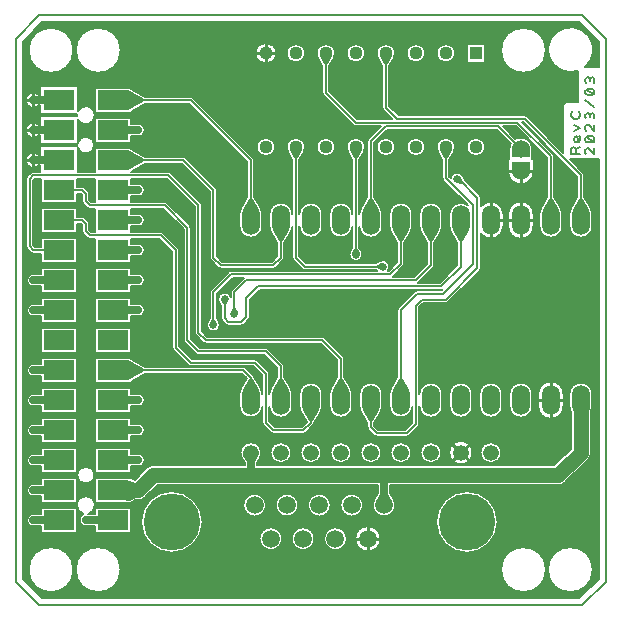
<source format=gbr>
G04 DesignSpark PCB PRO Gerber Version 10.0 Build 5299*
G04 #@! TF.Part,Single*
G04 #@! TF.FileFunction,Copper,L1,Top*
G04 #@! TF.FilePolarity,Positive*
%FSLAX35Y35*%
%MOIN*%
G04 #@! TA.AperFunction,SMDPad,CuDef*
%AMT120*0 Bullet Pad at angle 0*21,1,0.06000,0.03000,0,0,0*%
%ADD120T120*%
G04 #@! TA.AperFunction,ComponentPad*
%ADD74O,0.06000X0.09937*%
%ADD132R,0.04449X0.04449*%
G04 #@! TD.AperFunction*
%ADD10C,0.00500*%
%ADD22C,0.00602*%
%ADD87C,0.00709*%
%ADD24C,0.01000*%
%ADD25C,0.02500*%
G04 #@! TA.AperFunction,ViaPad*
%ADD27C,0.02677*%
%ADD26C,0.03200*%
G04 #@! TA.AperFunction,ComponentPad*
%ADD133C,0.04449*%
G04 #@! TD.AperFunction*
%ADD86C,0.05000*%
G04 #@! TA.AperFunction,ComponentPad*
%ADD123C,0.05276*%
%ADD28C,0.05906*%
G04 #@! TA.AperFunction,SMDPad,CuDef*
%ADD76C,0.06000*%
G04 #@! TA.AperFunction,ComponentPad*
%ADD29C,0.18898*%
G04 #@! TA.AperFunction,SMDPad,CuDef*
%ADD72R,0.10236X0.06693*%
%AMT122*0 Bullet Pad at angle 180*21,1,0.06000,0.03000,0,0,180*%
%ADD122T122*%
G04 #@! TD.AperFunction*
X0Y0D02*
D02*
D10*
X39293Y302943D02*
Y123885D01*
X45721Y117457D01*
X224779D01*
X231207Y123885D01*
Y263868D01*
G75*
G02*
X230829Y263809I-378J1191D01*
G01*
X221486D01*
X226064Y259231D01*
G75*
G02*
X226404Y258414I-814J-817D01*
G01*
Y251089D01*
X228571Y247335D01*
G75*
G02*
X229102Y245382I-3321J-1953D01*
G01*
Y241445D01*
G75*
G02*
X221398I-3852J0D01*
G01*
Y245382D01*
G75*
G02*
X221929Y247335I3853J0D01*
G01*
X224096Y251089D01*
Y257936D01*
X206022Y276010D01*
X205535D01*
X216064Y265481D01*
G75*
G02*
X216404Y264664I-814J-817D01*
G01*
Y251089D01*
X218571Y247335D01*
G75*
G02*
X219102Y245382I-3321J-1953D01*
G01*
Y241445D01*
G75*
G02*
X211398I-3852J0D01*
G01*
Y245382D01*
G75*
G02*
X211929Y247335I3853J0D01*
G01*
X214096Y251089D01*
Y264186D01*
X203522Y274760D01*
X199285D01*
X203467Y270578D01*
G75*
G02*
X209103Y267164I1783J-3415D01*
G01*
Y263914D01*
X209500D01*
Y259664D01*
G75*
G02*
X201000I-4250J0D01*
G01*
Y263914D01*
X201398D01*
Y267164D01*
G75*
G02*
X201835Y268947I3852J0D01*
G01*
X197272Y273510D01*
X160728D01*
X156402Y269186D01*
Y251091D01*
X158571Y247335D01*
G75*
G02*
X159102Y245382I-3321J-1953D01*
G01*
Y241445D01*
G75*
G02*
X151404Y241232I-3852J0D01*
G01*
Y234298D01*
X152148Y233009D01*
G75*
G02*
X152158Y232990I-1034J-594D01*
G01*
G75*
G02*
X152441Y231914I-1909J-1077D01*
G01*
G75*
G02*
X148059I-2191J0D01*
G01*
G75*
G02*
X148342Y232990I2191J0D01*
G01*
G75*
G02*
X148352Y233009I1044J-575D01*
G01*
X149096Y234298D01*
Y241225D01*
G75*
G02*
X141398Y241445I-3846J220D01*
G01*
Y245382D01*
G75*
G02*
X149096Y245602I3852J0D01*
G01*
Y263629D01*
X147598Y266224D01*
G75*
G02*
X147173Y267784I2653J1559D01*
G01*
G75*
G02*
X153327I3077J0D01*
G01*
G75*
G02*
X152902Y266224I-3077J0D01*
G01*
X151404Y263629D01*
Y245595D01*
G75*
G02*
X151929Y247335I3847J-213D01*
G01*
X154095Y251086D01*
Y269664D01*
G75*
G02*
X154433Y270480I1154J0D01*
G01*
X158715Y274760D01*
X150250D01*
G75*
G02*
X149433Y275100I0J1154D01*
G01*
X139436Y285097D01*
G75*
G02*
X139096Y285914I814J817D01*
G01*
Y294889D01*
X137598Y297484D01*
G75*
G02*
X137173Y299044I2653J1559D01*
G01*
G75*
G02*
X143327I3077J0D01*
G01*
G75*
G02*
X142902Y297484I-3077J0D01*
G01*
X141404Y294889D01*
Y286392D01*
X150728Y277067D01*
X162465D01*
X159436Y280097D01*
G75*
G02*
X159096Y280914I814J817D01*
G01*
Y294889D01*
X157598Y297484D01*
G75*
G02*
X157173Y299044I2653J1559D01*
G01*
G75*
G02*
X163327I3077J0D01*
G01*
G75*
G02*
X162902Y297484I-3077J0D01*
G01*
X161404Y294889D01*
Y281392D01*
X164478Y278317D01*
X206500D01*
G75*
G02*
X207317Y277978I0J-1154D01*
G01*
X219421Y265874D01*
Y281516D01*
G75*
G02*
X220671Y282766I1250J0D01*
G01*
X224146D01*
Y293141D01*
G75*
G02*
X215374Y304021I-2283J7136D01*
G01*
G75*
G02*
X228353Y296533I6490J-3744D01*
G01*
G75*
G02*
X226726Y294577I-6490J3744D01*
G01*
X230829D01*
G75*
G02*
X231207Y294519I0J-1250D01*
G01*
Y302943D01*
X224779Y309370D01*
X45721D01*
X39293Y302943D01*
X56882Y300027D02*
G75*
G02*
X71867I7493J0D01*
G01*
G75*
G02*
X56882I-7493J0D01*
G01*
X118571Y247335D02*
G75*
G02*
X119102Y245382I-3321J-1953D01*
G01*
Y241445D01*
G75*
G02*
X111398I-3852J0D01*
G01*
Y245382D01*
G75*
G02*
X111929Y247335I3853J0D01*
G01*
X114096Y251089D01*
Y262936D01*
X94772Y282260D01*
X80006D01*
X75276Y279529D01*
Y279215D01*
X63335D01*
Y287613D01*
X75276D01*
Y287299D01*
X80006Y284567D01*
X95250D01*
G75*
G02*
X96067Y284228I0J-1154D01*
G01*
X116064Y264231D01*
G75*
G02*
X116404Y263414I-814J-817D01*
G01*
Y251089D01*
X118571Y247335D01*
X77133Y275516D02*
G75*
G02*
X79941Y273414I617J-2102D01*
G01*
G75*
G02*
X77133Y271311I-2191J0D01*
G01*
X75276D01*
Y269215D01*
X63335D01*
Y277613D01*
X75276D01*
Y275516D01*
X77133D01*
X116776Y299044D02*
G75*
G02*
X123724I3474J0D01*
G01*
G75*
G02*
X116776I-3474J0D01*
G01*
X117173Y267784D02*
G75*
G02*
X123327I3077J0D01*
G01*
G75*
G02*
X117173I-3077J0D01*
G01*
X191904Y248002D02*
G75*
G02*
X199500Y245382I3347J-2619D01*
G01*
Y241445D01*
G75*
G02*
X191904Y238826I-4250J0D01*
G01*
Y227414D01*
G75*
G02*
X191564Y226597I-1154J0D01*
G01*
X181067Y216100D01*
G75*
G02*
X180250Y215760I-817J814D01*
G01*
X172728D01*
X171404Y214436D01*
Y185588D01*
G75*
G02*
X179103Y185382I3847J-206D01*
G01*
Y181445D01*
G75*
G02*
X171404Y181239I-3852J0D01*
G01*
Y175414D01*
G75*
G02*
X171064Y174597I-1154J0D01*
G01*
X168067Y171600D01*
G75*
G02*
X167250Y171260I-817J814D01*
G01*
X157250D01*
G75*
G02*
X156433Y171600I0J1154D01*
G01*
X154436Y173597D01*
G75*
G02*
X154096Y174414I814J817D01*
G01*
Y175739D01*
X151914Y179519D01*
G75*
G02*
X151906Y179533I1053J611D01*
G01*
G75*
G02*
X151398Y181445I3344J1913D01*
G01*
Y185382D01*
G75*
G02*
X159102I3852J0D01*
G01*
Y181445D01*
G75*
G02*
X158594Y179533I-3853J0D01*
G01*
G75*
G02*
X158586Y179519I-1081J609D01*
G01*
X156404Y175739D01*
Y174892D01*
X157728Y173567D01*
X166772D01*
X169096Y175892D01*
Y181232D01*
G75*
G02*
X161398Y181445I-3846J213D01*
G01*
Y185382D01*
G75*
G02*
X161929Y187335I3853J0D01*
G01*
X164096Y191089D01*
Y213414D01*
G75*
G02*
X164436Y214231I1154J0D01*
G01*
X169933Y219728D01*
G75*
G02*
X170750Y220067I817J-814D01*
G01*
X178772D01*
X178991Y220285D01*
G75*
G02*
X178750Y220260I-240J1129D01*
G01*
X118228D01*
X114904Y216936D01*
Y211164D01*
G75*
G02*
X114564Y210347I-1154J0D01*
G01*
X112817Y208600D01*
G75*
G02*
X112000Y208260I-817J814D01*
G01*
X107750D01*
G75*
G02*
X106933Y208600I0J1154D01*
G01*
X105686Y209847D01*
G75*
G02*
X105346Y210664I814J817D01*
G01*
Y214780D01*
X104602Y216069D01*
G75*
G02*
X104592Y216087I1034J594D01*
G01*
G75*
G02*
X104309Y217164I1909J1077D01*
G01*
G75*
G02*
X108596Y217800I2191J0D01*
G01*
Y219414D01*
G75*
G02*
X108936Y220231I1154J0D01*
G01*
X112933Y224228D01*
G75*
G02*
X112966Y224260I820J-807D01*
G01*
X109228D01*
X103904Y218936D01*
Y210798D01*
X104648Y209509D01*
G75*
G02*
X104658Y209490I-1034J-594D01*
G01*
G75*
G02*
X104941Y208414I-1909J-1077D01*
G01*
G75*
G02*
X100559I-2191J0D01*
G01*
G75*
G02*
X100842Y209490I2191J0D01*
G01*
G75*
G02*
X100852Y209509I1044J-575D01*
G01*
X101596Y210798D01*
Y219414D01*
G75*
G02*
X101936Y220231I1154J0D01*
G01*
X107933Y226228D01*
G75*
G02*
X108750Y226567I817J-814D01*
G01*
X157200D01*
X156866Y226760D01*
X133250D01*
G75*
G02*
X132433Y227100I0J1154D01*
G01*
X129436Y230097D01*
G75*
G02*
X129096Y230914I814J817D01*
G01*
Y241232D01*
G75*
G02*
X128594Y239533I-3846J213D01*
G01*
G75*
G02*
X128586Y239519I-1081J609D01*
G01*
X126404Y235739D01*
Y230914D01*
G75*
G02*
X126064Y230097I-1154J0D01*
G01*
X123567Y227600D01*
G75*
G02*
X122750Y227260I-817J814D01*
G01*
X105250D01*
G75*
G02*
X104433Y227600I0J1154D01*
G01*
X101936Y230097D01*
G75*
G02*
X101596Y230914I814J817D01*
G01*
Y252936D01*
X92272Y262260D01*
X80006D01*
X75343Y259567D01*
X87750D01*
G75*
G02*
X88567Y259228I0J-1154D01*
G01*
X98564Y249231D01*
G75*
G02*
X98904Y248414I-814J-817D01*
G01*
Y206392D01*
X100728Y204567D01*
X139000D01*
G75*
G02*
X139817Y204228I0J-1154D01*
G01*
X146064Y197981D01*
G75*
G02*
X146404Y197164I-814J-817D01*
G01*
Y191089D01*
X148571Y187335D01*
G75*
G02*
X149102Y185382I-3321J-1953D01*
G01*
Y181445D01*
G75*
G02*
X141398I-3852J0D01*
G01*
Y185382D01*
G75*
G02*
X141929Y187335I3853J0D01*
G01*
X144096Y191089D01*
Y196686D01*
X138522Y202260D01*
X100250D01*
G75*
G02*
X99433Y202600I0J1154D01*
G01*
X96936Y205097D01*
G75*
G02*
X96596Y205914I814J817D01*
G01*
Y247936D01*
X87272Y257260D01*
X75276D01*
Y255516D01*
X77133D01*
G75*
G02*
X79941Y253414I617J-2102D01*
G01*
G75*
G02*
X77133Y251311I-2191J0D01*
G01*
X75276D01*
Y249567D01*
X86500D01*
G75*
G02*
X87317Y249228I0J-1154D01*
G01*
X94814Y241731D01*
G75*
G02*
X95154Y240914I-814J-817D01*
G01*
Y203892D01*
X98228Y200817D01*
X120250D01*
G75*
G02*
X121067Y200478I0J-1154D01*
G01*
X126064Y195481D01*
G75*
G02*
X126404Y194664I-814J-817D01*
G01*
Y191089D01*
X128571Y187335D01*
G75*
G02*
X129102Y185382I-3321J-1953D01*
G01*
Y181445D01*
G75*
G02*
X121404Y181232I-3852J0D01*
G01*
Y176392D01*
X123228Y174567D01*
X132272D01*
X133857Y176152D01*
X131914Y179519D01*
G75*
G02*
X131906Y179533I1053J611D01*
G01*
G75*
G02*
X131398Y181445I3344J1913D01*
G01*
Y185382D01*
G75*
G02*
X139102I3852J0D01*
G01*
Y181445D01*
G75*
G02*
X138594Y179533I-3853J0D01*
G01*
G75*
G02*
X138586Y179519I-1081J609D01*
G01*
X136385Y175706D01*
G75*
G02*
X136064Y175097I-1134J209D01*
G01*
X133567Y172600D01*
G75*
G02*
X132750Y172260I-817J814D01*
G01*
X122750D01*
G75*
G02*
X121933Y172600I0J1154D01*
G01*
X119436Y175097D01*
G75*
G02*
X119096Y175914I814J817D01*
G01*
Y181232D01*
G75*
G02*
X111398Y181445I-3846J213D01*
G01*
Y185382D01*
G75*
G02*
X111929Y187335I3853J0D01*
G01*
X113857Y190675D01*
X112272Y192260D01*
X80006D01*
X75276Y189529D01*
Y189215D01*
X63335D01*
Y197613D01*
X75276D01*
Y197299D01*
X80006Y194567D01*
X112750D01*
G75*
G02*
X113567Y194228I0J-1154D01*
G01*
X116064Y191731D01*
G75*
G02*
X116385Y191121I-814J-817D01*
G01*
X118571Y187335D01*
G75*
G02*
X119096Y185595I-3321J-1953D01*
G01*
Y191686D01*
X116022Y194760D01*
X95250D01*
G75*
G02*
X94433Y195100I0J1154D01*
G01*
X89436Y200097D01*
G75*
G02*
X89096Y200914I814J817D01*
G01*
Y232936D01*
X84772Y237260D01*
X75276D01*
Y235516D01*
X77133D01*
G75*
G02*
X79941Y233414I617J-2102D01*
G01*
G75*
G02*
X77133Y231311I-2191J0D01*
G01*
X75276D01*
Y229215D01*
X63335D01*
Y237260D01*
X61500D01*
G75*
G02*
X60683Y237600I0J1154D01*
G01*
X59436Y238847D01*
G75*
G02*
X59096Y239664I814J817D01*
G01*
Y241686D01*
X58522Y242260D01*
X57166D01*
Y239215D01*
X45225D01*
Y247613D01*
X57166D01*
Y244567D01*
X59000D01*
G75*
G02*
X59817Y244228I0J-1154D01*
G01*
X61064Y242981D01*
G75*
G02*
X61404Y242164I-814J-817D01*
G01*
Y240142D01*
X61978Y239567D01*
X63335D01*
Y247260D01*
X61500D01*
G75*
G02*
X60683Y247600I0J1154D01*
G01*
X59436Y248847D01*
G75*
G02*
X59096Y249664I814J817D01*
G01*
Y251686D01*
X58522Y252260D01*
X57166D01*
Y249215D01*
X45225D01*
Y257260D01*
X43228D01*
X42654Y256686D01*
Y235142D01*
X43228Y234567D01*
X45225D01*
Y237613D01*
X57166D01*
Y229215D01*
X45225D01*
Y232260D01*
X42750D01*
G75*
G02*
X41933Y232600I0J1154D01*
G01*
X40686Y233847D01*
G75*
G02*
X40346Y234664I814J817D01*
G01*
Y257164D01*
G75*
G02*
X40686Y257981I1154J0D01*
G01*
X41933Y259228D01*
G75*
G02*
X42750Y259567I817J-814D01*
G01*
X44827D01*
Y261869D01*
G75*
G02*
X40161Y263414I-2077J1545D01*
G01*
G75*
G02*
X44827Y264959I2589J0D01*
G01*
Y268010D01*
X57458D01*
G75*
G02*
X57429Y268414I2792J404D01*
G01*
G75*
G02*
X57458Y268817I2821J-1D01*
G01*
X44827D01*
Y271869D01*
G75*
G02*
X40161Y273414I-2077J1545D01*
G01*
G75*
G02*
X44827Y274959I2589J0D01*
G01*
Y278010D01*
X57259D01*
G75*
G02*
Y278817I2991J404D01*
G01*
X44827D01*
Y281869D01*
G75*
G02*
X40161Y283414I-2077J1545D01*
G01*
G75*
G02*
X44827Y284959I2589J0D01*
G01*
Y288010D01*
X57563D01*
Y279788D01*
G75*
G02*
X63268Y278414I2687J-1374D01*
G01*
G75*
G02*
X57563Y277039I-3018J0D01*
G01*
Y269274D01*
G75*
G02*
X63071Y268414I2687J-860D01*
G01*
G75*
G02*
X57563Y267554I-2821J0D01*
G01*
Y259567D01*
X63335D01*
Y267613D01*
X75276D01*
Y267299D01*
X80006Y264567D01*
X92750D01*
G75*
G02*
X93567Y264228I0J-1154D01*
G01*
X103564Y254231D01*
G75*
G02*
X103904Y253414I-814J-817D01*
G01*
Y231392D01*
X105728Y229567D01*
X122272D01*
X124096Y231392D01*
Y235739D01*
X121914Y239519D01*
G75*
G02*
X121906Y239533I1053J611D01*
G01*
G75*
G02*
X121398Y241445I3344J1913D01*
G01*
Y245382D01*
G75*
G02*
X129096Y245596I3852J0D01*
G01*
Y263629D01*
X127598Y266224D01*
G75*
G02*
X127173Y267784I2653J1559D01*
G01*
G75*
G02*
X133327I3077J0D01*
G01*
G75*
G02*
X132902Y266224I-3077J0D01*
G01*
X131404Y263629D01*
Y245588D01*
G75*
G02*
X139103Y245382I3847J-206D01*
G01*
Y241445D01*
G75*
G02*
X131404Y241239I-3852J0D01*
G01*
Y231392D01*
X133728Y229067D01*
X156866D01*
X158155Y229811D01*
G75*
G02*
X158174Y229822I594J-1034D01*
G01*
G75*
G02*
X160978Y226567I1076J-1908D01*
G01*
X161272D01*
X164096Y229392D01*
Y235739D01*
X161914Y239519D01*
G75*
G02*
X161906Y239533I1053J611D01*
G01*
G75*
G02*
X161398Y241445I3344J1913D01*
G01*
Y245382D01*
G75*
G02*
X169102I3852J0D01*
G01*
Y241445D01*
G75*
G02*
X168594Y239533I-3853J0D01*
G01*
G75*
G02*
X168586Y239519I-1081J609D01*
G01*
X166404Y235739D01*
Y228914D01*
G75*
G02*
X166064Y228097I-1154J0D01*
G01*
X162567Y224600D01*
G75*
G02*
X162534Y224567I-820J807D01*
G01*
X169772D01*
X174096Y228892D01*
Y235739D01*
X171914Y239519D01*
G75*
G02*
X171906Y239533I1053J611D01*
G01*
G75*
G02*
X171398Y241445I3344J1913D01*
G01*
Y245382D01*
G75*
G02*
X179102I3852J0D01*
G01*
Y241445D01*
G75*
G02*
X178594Y239533I-3853J0D01*
G01*
G75*
G02*
X178586Y239519I-1081J609D01*
G01*
X176404Y235739D01*
Y228414D01*
G75*
G02*
X176064Y227597I-1154J0D01*
G01*
X171067Y222600D01*
G75*
G02*
X171034Y222567I-820J807D01*
G01*
X178272D01*
X184096Y228392D01*
Y235739D01*
X181914Y239519D01*
G75*
G02*
X181906Y239533I1053J611D01*
G01*
G75*
G02*
X181398Y241445I3344J1913D01*
G01*
Y245382D01*
G75*
G02*
X187589Y248443I3852J0D01*
G01*
X179436Y256597D01*
G75*
G02*
X179096Y257414I814J817D01*
G01*
Y263629D01*
X177598Y266224D01*
G75*
G02*
X177173Y267784I2653J1559D01*
G01*
G75*
G02*
X183327I3077J0D01*
G01*
G75*
G02*
X182902Y266224I-3077J0D01*
G01*
X181404Y263629D01*
Y257892D01*
X181830Y257465D01*
G75*
G02*
X186005Y258048I2170J-302D01*
G01*
X186656Y256639D01*
X191564Y251731D01*
G75*
G02*
X191904Y250914I-814J-817D01*
G01*
Y248002D01*
X181362Y165914D02*
G75*
G02*
X189138I3888J0D01*
G01*
G75*
G02*
X181362I-3888J0D01*
G01*
X181398Y185382D02*
G75*
G02*
X189103I3852J0D01*
G01*
Y181445D01*
G75*
G02*
X181398I-3852J0D01*
G01*
Y185382D01*
X191398D02*
G75*
G02*
X199103I3852J0D01*
G01*
Y181445D01*
G75*
G02*
X191398I-3852J0D01*
G01*
Y185382D01*
X191760Y165914D02*
G75*
G02*
X198740I3490J0D01*
G01*
G75*
G02*
X191760I-3490J0D01*
G01*
X171760D02*
G75*
G02*
X178740I3490J0D01*
G01*
G75*
G02*
X171760I-3490J0D01*
G01*
X161760D02*
G75*
G02*
X168740I3490J0D01*
G01*
G75*
G02*
X161760I-3490J0D01*
G01*
X151760D02*
G75*
G02*
X158740I3490J0D01*
G01*
G75*
G02*
X151760I-3490J0D01*
G01*
X141760D02*
G75*
G02*
X148740I3490J0D01*
G01*
G75*
G02*
X141760I-3490J0D01*
G01*
X131760D02*
G75*
G02*
X138740I3490J0D01*
G01*
G75*
G02*
X131760I-3490J0D01*
G01*
X121760D02*
G75*
G02*
X128740I3490J0D01*
G01*
G75*
G02*
X121760I-3490J0D01*
G01*
X221398Y185382D02*
G75*
G02*
X229102I3852J0D01*
G01*
Y181445D01*
G75*
G02*
X228617Y179572I-3853J0D01*
G01*
G75*
G02*
X228602Y179547I-2894J1611D01*
G01*
Y165914D01*
G75*
G02*
X227618Y163541I-3352J0D01*
G01*
X220123Y156046D01*
G75*
G02*
X217750Y155061I-2373J2368D01*
G01*
X161752D01*
Y152382D01*
X162928Y150345D01*
G75*
G02*
X159650Y144609I-3279J-1931D01*
G01*
G75*
G02*
X156371Y150345I0J3805D01*
G01*
X157547Y152382D01*
Y155061D01*
X84139D01*
X80120Y151043D01*
G75*
G02*
X77750Y150061I-2370J2370D01*
G01*
X76787D01*
X76099Y149664D01*
G75*
G02*
X75276Y149325I-1676J2903D01*
G01*
Y149215D01*
X63335D01*
Y157613D01*
X75276D01*
Y157502D01*
G75*
G02*
X76100Y157163I-852J-3243D01*
G01*
X76517Y156922D01*
X80377Y160781D01*
G75*
G02*
X82750Y161766I2373J-2368D01*
G01*
X113148D01*
Y162574D01*
X112227Y164169D01*
G75*
G02*
X112208Y164202I1852J1068D01*
G01*
G75*
G02*
X115250Y169404I3042J1711D01*
G01*
G75*
G02*
X118292Y164202I0J-3490D01*
G01*
G75*
G02*
X118273Y164169I-1871J1035D01*
G01*
X117352Y162574D01*
Y161766D01*
X216361D01*
X221898Y167302D01*
Y179547D01*
G75*
G02*
X221883Y179572I2904J1650D01*
G01*
G75*
G02*
X221398Y181445I3367J1873D01*
G01*
Y185382D01*
X187268Y153124D02*
G75*
G02*
X197569Y142823I0J-10301D01*
G01*
G75*
G02*
X187268Y132522I-10301J0D01*
G01*
G75*
G02*
X176967Y142823I0J10301D01*
G01*
G75*
G02*
X187268Y153124I10301J0D01*
G01*
X198631Y126925D02*
G75*
G02*
X213616I7493J0D01*
G01*
G75*
G02*
X198631I-7493J0D01*
G01*
X214246D02*
G75*
G02*
X229231I7493J0D01*
G01*
G75*
G02*
X214246I-7493J0D01*
G01*
X127287Y152219D02*
G75*
G02*
X131093Y148414I0J-3805D01*
G01*
G75*
G02*
X127287Y144609I-3805J0D01*
G01*
G75*
G02*
X123482Y148414I0J3805D01*
G01*
G75*
G02*
X127287Y152219I3805J0D01*
G01*
X132681Y141038D02*
G75*
G02*
X136486Y137233I0J-3805D01*
G01*
G75*
G02*
X132681Y133428I-3805J0D01*
G01*
G75*
G02*
X128876Y137233I0J3805D01*
G01*
G75*
G02*
X132681Y141038I3805J0D01*
G01*
X138075Y152219D02*
G75*
G02*
X141880Y148414I0J-3805D01*
G01*
G75*
G02*
X138075Y144609I-3805J0D01*
G01*
G75*
G02*
X134270Y148414I0J3805D01*
G01*
G75*
G02*
X138075Y152219I3805J0D01*
G01*
X143469Y141038D02*
G75*
G02*
X147274Y137233I0J-3805D01*
G01*
G75*
G02*
X143469Y133428I-3805J0D01*
G01*
G75*
G02*
X139663Y137233I0J3805D01*
G01*
G75*
G02*
X143469Y141038I3805J0D01*
G01*
X148862Y152219D02*
G75*
G02*
X152667Y148414I0J-3805D01*
G01*
G75*
G02*
X148862Y144609I-3805J0D01*
G01*
G75*
G02*
X145057Y148414I0J3805D01*
G01*
G75*
G02*
X148862Y152219I3805J0D01*
G01*
X150053Y137233D02*
G75*
G02*
X158459I4203J0D01*
G01*
G75*
G02*
X150053I-4203J0D01*
G01*
X116500Y152219D02*
G75*
G02*
X120305Y148414I0J-3805D01*
G01*
G75*
G02*
X116500Y144609I-3805J0D01*
G01*
G75*
G02*
X112695Y148414I0J3805D01*
G01*
G75*
G02*
X116500Y152219I3805J0D01*
G01*
X121894Y141038D02*
G75*
G02*
X125699Y137233I0J-3805D01*
G01*
G75*
G02*
X121894Y133428I-3805J0D01*
G01*
G75*
G02*
X118089Y137233I0J3805D01*
G01*
G75*
G02*
X121894Y141038I3805J0D01*
G01*
X88882Y153124D02*
G75*
G02*
X99183Y142823I0J-10301D01*
G01*
G75*
G02*
X88882Y132522I-10301J0D01*
G01*
G75*
G02*
X78581Y142823I0J10301D01*
G01*
G75*
G02*
X88882Y153124I10301J0D01*
G01*
X77133Y165516D02*
G75*
G02*
X79941Y163414I617J-2102D01*
G01*
G75*
G02*
X77133Y161311I-2191J0D01*
G01*
X75276D01*
Y159215D01*
X63335D01*
Y167613D01*
X75276D01*
Y165516D01*
X77133D01*
Y175516D02*
G75*
G02*
X79941Y173414I617J-2102D01*
G01*
G75*
G02*
X77133Y171311I-2191J0D01*
G01*
X75276D01*
Y169215D01*
X63335D01*
Y177613D01*
X75276D01*
Y175516D01*
X77133D01*
Y185516D02*
G75*
G02*
X79941Y183414I617J-2102D01*
G01*
G75*
G02*
X77133Y181311I-2191J0D01*
G01*
X75276D01*
Y179215D01*
X63335D01*
Y187613D01*
X75276D01*
Y185516D01*
X77133D01*
X63335Y207613D02*
X75276D01*
Y199215D01*
X63335D01*
Y207613D01*
X77133Y215516D02*
G75*
G02*
X79941Y213414I617J-2102D01*
G01*
G75*
G02*
X77133Y211311I-2191J0D01*
G01*
X75276D01*
Y209215D01*
X63335D01*
Y217613D01*
X75276D01*
Y215516D01*
X77133D01*
Y225516D02*
G75*
G02*
X79941Y223414I617J-2102D01*
G01*
G75*
G02*
X77133Y221311I-2191J0D01*
G01*
X75276D01*
Y219215D01*
X63335D01*
Y227613D01*
X75276D01*
Y225516D01*
X77133D01*
X63335Y147613D02*
X75276D01*
Y139215D01*
X63335D01*
Y141311D01*
X60867D01*
G75*
G02*
X59530Y145483I-617J2102D01*
G01*
G75*
G02*
X57232Y148414I720J2931D01*
G01*
G75*
G02*
X63268I3018J0D01*
G01*
G75*
G02*
X61093Y145516I-3018J0D01*
G01*
X63335D01*
Y147613D01*
X57429Y158414D02*
G75*
G02*
X63071I2821J0D01*
G01*
G75*
G02*
X57429I-2821J0D01*
G01*
X45225Y147613D02*
X57166D01*
Y139215D01*
X45225D01*
Y141311D01*
X43367D01*
G75*
G02*
X40559Y143414I-617J2102D01*
G01*
G75*
G02*
X43367Y145516I2191J0D01*
G01*
X45225D01*
Y147613D01*
X56869Y126925D02*
G75*
G02*
X71854I7493J0D01*
G01*
G75*
G02*
X56869I-7493J0D01*
G01*
X41144D02*
G75*
G02*
X56129I7493J0D01*
G01*
G75*
G02*
X41144I-7493J0D01*
G01*
X45225Y157613D02*
X57166D01*
Y149215D01*
X45225D01*
Y151311D01*
X43367D01*
G75*
G02*
X40559Y153414I-617J2102D01*
G01*
G75*
G02*
X43367Y155516I2191J0D01*
G01*
X45225D01*
Y157613D01*
Y167613D02*
X57166D01*
Y159215D01*
X45225D01*
Y161311D01*
X43367D01*
G75*
G02*
X40559Y163414I-617J2102D01*
G01*
G75*
G02*
X43367Y165516I2191J0D01*
G01*
X45225D01*
Y167613D01*
Y177613D02*
X57166D01*
Y169215D01*
X45225D01*
Y171311D01*
X43367D01*
G75*
G02*
X40559Y173414I-617J2102D01*
G01*
G75*
G02*
X43367Y175516I2191J0D01*
G01*
X45225D01*
Y177613D01*
Y187613D02*
X57166D01*
Y179215D01*
X45225D01*
Y181311D01*
X43367D01*
G75*
G02*
X40559Y183414I-617J2102D01*
G01*
G75*
G02*
X43367Y185516I2191J0D01*
G01*
X45225D01*
Y187613D01*
Y197613D02*
X57166D01*
Y189215D01*
X45225D01*
Y191311D01*
X43367D01*
G75*
G02*
X40559Y193414I-617J2102D01*
G01*
G75*
G02*
X43367Y195516I2191J0D01*
G01*
X45225D01*
Y197613D01*
Y217613D02*
X57166D01*
Y209215D01*
X45225D01*
Y211311D01*
X43367D01*
G75*
G02*
X40559Y213414I-617J2102D01*
G01*
G75*
G02*
X43367Y215516I2191J0D01*
G01*
X45225D01*
Y217613D01*
Y207613D02*
X57166D01*
Y199215D01*
X45225D01*
Y207613D01*
Y227613D02*
X57166D01*
Y219215D01*
X45225D01*
Y221311D01*
X43367D01*
G75*
G02*
X40559Y223414I-617J2102D01*
G01*
G75*
G02*
X43367Y225516I2191J0D01*
G01*
X45225D01*
Y227613D01*
X127173Y299044D02*
G75*
G02*
X133327I3077J0D01*
G01*
G75*
G02*
X127173I-3077J0D01*
G01*
X137173Y267784D02*
G75*
G02*
X143327I3077J0D01*
G01*
G75*
G02*
X137173I-3077J0D01*
G01*
X147173Y299044D02*
G75*
G02*
X153327I3077J0D01*
G01*
G75*
G02*
X147173I-3077J0D01*
G01*
X167173D02*
G75*
G02*
X173327I3077J0D01*
G01*
G75*
G02*
X167173I-3077J0D01*
G01*
X177173D02*
G75*
G02*
X183327I3077J0D01*
G01*
G75*
G02*
X177173I-3077J0D01*
G01*
X187174Y302120D02*
X193327D01*
Y295967D01*
X187174D01*
Y302120D01*
X198624Y300027D02*
G75*
G02*
X213609I7493J0D01*
G01*
G75*
G02*
X198624I-7493J0D01*
G01*
X41145Y300029D02*
G75*
G02*
X56130I7493J0D01*
G01*
G75*
G02*
X41145I-7493J0D01*
G01*
X211000Y185382D02*
G75*
G02*
X219500I4250J0D01*
G01*
Y181445D01*
G75*
G02*
X211000I-4250J0D01*
G01*
Y185382D01*
X201000Y245382D02*
G75*
G02*
X209500I4250J0D01*
G01*
Y241445D01*
G75*
G02*
X201000I-4250J0D01*
G01*
Y245382D01*
X201398Y185382D02*
G75*
G02*
X209103I3852J0D01*
G01*
Y181445D01*
G75*
G02*
X201398I-3852J0D01*
G01*
Y185382D01*
X167173Y267784D02*
G75*
G02*
X173327I3077J0D01*
G01*
G75*
G02*
X167173I-3077J0D01*
G01*
X187173D02*
G75*
G02*
X193327I3077J0D01*
G01*
G75*
G02*
X187173I-3077J0D01*
G01*
X157173D02*
G75*
G02*
X163327I3077J0D01*
G01*
G75*
G02*
X157173I-3077J0D01*
G01*
X39543Y126925D02*
G36*
X39543Y126925D02*
Y123635D01*
X45471Y117707D01*
X225029D01*
X230957Y123635D01*
Y126925D01*
X229231D01*
G75*
G02*
X214246I-7493J0D01*
G01*
X213616D01*
G75*
G02*
X198631I-7493J0D01*
G01*
X71854D01*
G75*
G02*
X56869I-7493J0D01*
G01*
X56129D01*
G75*
G02*
X41144I-7493J0D01*
G01*
X39543D01*
G37*
Y137233D02*
G36*
X39543Y137233D02*
Y126925D01*
X41144D01*
G75*
G02*
X56129I7493J0D01*
G01*
X56869D01*
G75*
G02*
X71854I7493J0D01*
G01*
X198631D01*
G75*
G02*
X213616I7493J0D01*
G01*
X214246D01*
G75*
G02*
X229231I7493J0D01*
G01*
X230957D01*
Y137233D01*
X195920D01*
G75*
G02*
X187268Y132522I-8653J5591D01*
G01*
G75*
G02*
X178616Y137233I1J10302D01*
G01*
X158459D01*
G75*
G02*
X150053I-4203J0D01*
G01*
X147274D01*
G75*
G02*
X143469Y133428I-3805J0D01*
G01*
G75*
G02*
X139663Y137233I0J3805D01*
G01*
X136486D01*
G75*
G02*
X132681Y133428I-3805J0D01*
G01*
G75*
G02*
X128876Y137233I0J3805D01*
G01*
X125699D01*
G75*
G02*
X121894Y133428I-3805J0D01*
G01*
G75*
G02*
X118089Y137233I0J3805D01*
G01*
X97534D01*
G75*
G02*
X88882Y132522I-8653J5591D01*
G01*
G75*
G02*
X80230Y137233I1J10302D01*
G01*
X39543D01*
G37*
Y142823D02*
G36*
X39543Y142823D02*
Y137233D01*
X80230D01*
G75*
G02*
X78581Y142823I8653J5591D01*
G01*
X75276D01*
Y139215D01*
X63335D01*
Y141311D01*
X60867D01*
G75*
G02*
X58140Y142823I-617J2102D01*
G01*
X57166D01*
Y139215D01*
X45225D01*
Y141311D01*
X43367D01*
G75*
G02*
X40640Y142823I-617J2102D01*
G01*
X39543D01*
G37*
X99183D02*
G36*
X99183Y142823D02*
G75*
G02*
X97534Y137233I-10302J0D01*
G01*
X118089D01*
G75*
G02*
X121894Y141038I3805J0D01*
G01*
G75*
G02*
X125699Y137233I0J-3805D01*
G01*
X128876D01*
G75*
G02*
X132681Y141038I3805J0D01*
G01*
G75*
G02*
X136486Y137233I0J-3805D01*
G01*
X139663D01*
G75*
G02*
X143469Y141038I3805J0D01*
G01*
G75*
G02*
X147274Y137233I0J-3805D01*
G01*
X150053D01*
G75*
G02*
X158459I4203J0D01*
G01*
X178616D01*
G75*
G02*
X176967Y142823I8653J5591D01*
G01*
X99183D01*
G37*
X197569D02*
G36*
X197569Y142823D02*
G75*
G02*
X195920Y137233I-10302J0D01*
G01*
X230957D01*
Y142823D01*
X197569D01*
G37*
X39543Y148414D02*
G36*
X39543Y148414D02*
Y142823D01*
X40640D01*
G75*
G02*
X40559Y143414I2110J591D01*
G01*
G75*
G02*
X43367Y145516I2191J0D01*
G01*
X45225D01*
Y147613D01*
X57166D01*
Y142823D01*
X58140D01*
G75*
G02*
X58059Y143414I2110J591D01*
G01*
G75*
G02*
X59530Y145483I2191J0D01*
G01*
G75*
G02*
X57232Y148413I719J2930D01*
G01*
Y148414D01*
X39543D01*
G37*
X63268D02*
G36*
X63268Y148414D02*
G75*
G02*
X61093Y145516I-3019J0D01*
G01*
X63335D01*
Y147613D01*
X75276D01*
Y142823D01*
X78581D01*
G75*
G02*
X80230Y148414I10302J0D01*
G01*
X63268D01*
G37*
X97534D02*
G36*
X97534Y148414D02*
G75*
G02*
X99183Y142823I-8653J-5591D01*
G01*
X176967D01*
G75*
G02*
X178616Y148414I10302J0D01*
G01*
X163455D01*
G75*
G02*
X159650Y144609I-3805J0D01*
G01*
G75*
G02*
X155844Y148414I0J3805D01*
G01*
X152667D01*
G75*
G02*
X148862Y144609I-3805J0D01*
G01*
G75*
G02*
X145057Y148414I0J3805D01*
G01*
X141880D01*
G75*
G02*
X138075Y144609I-3805J0D01*
G01*
G75*
G02*
X134270Y148414I0J3805D01*
G01*
X131093D01*
G75*
G02*
X127287Y144609I-3805J0D01*
G01*
G75*
G02*
X123482Y148414I0J3805D01*
G01*
X120305D01*
G75*
G02*
X116500Y144609I-3805J0D01*
G01*
G75*
G02*
X112695Y148414I0J3805D01*
G01*
X97534D01*
G37*
X195920D02*
G36*
X195920Y148414D02*
G75*
G02*
X197569Y142823I-8653J-5591D01*
G01*
X230957D01*
Y148414D01*
X195920D01*
G37*
X39543Y153414D02*
G36*
X39543Y153414D02*
Y148414D01*
X57232D01*
G75*
G02*
X63268I3018J0D01*
G01*
X80230D01*
G75*
G02*
X88882Y153124I8653J-5591D01*
G01*
G75*
G02*
X97534Y148414I-1J-10302D01*
G01*
X112695D01*
G75*
G02*
X116500Y152219I3805J0D01*
G01*
G75*
G02*
X120305Y148414I0J-3805D01*
G01*
X123482D01*
G75*
G02*
X127287Y152219I3805J0D01*
G01*
G75*
G02*
X131093Y148414I0J-3805D01*
G01*
X134270D01*
G75*
G02*
X138075Y152219I3805J0D01*
G01*
G75*
G02*
X141880Y148414I0J-3805D01*
G01*
X145057D01*
G75*
G02*
X148862Y152219I3805J0D01*
G01*
G75*
G02*
X152667Y148414I0J-3805D01*
G01*
X155844D01*
G75*
G02*
X156371Y150345I3806J0D01*
G01*
X157547Y152382D01*
Y153414D01*
X82491D01*
X80120Y151043D01*
G75*
G02*
X77750Y150061I-2370J2369D01*
G01*
X76787D01*
X76099Y149664D01*
G75*
G02*
X75276Y149325I-1679J2910D01*
G01*
Y149215D01*
X63335D01*
Y153414D01*
X57166D01*
Y149215D01*
X45225D01*
Y151311D01*
X43367D01*
G75*
G02*
X40559Y153414I-617J2102D01*
G01*
X39543D01*
G37*
X161752D02*
G36*
X161752Y153414D02*
Y152382D01*
X162928Y150345D01*
G75*
G02*
X163455Y148414I-3279J-1931D01*
G01*
X178616D01*
G75*
G02*
X187268Y153124I8653J-5591D01*
G01*
G75*
G02*
X195920Y148414I-1J-10302D01*
G01*
X230957D01*
Y153414D01*
X161752D01*
G37*
X39543Y158414D02*
G36*
X39543Y158414D02*
Y153414D01*
X40559D01*
G75*
G02*
X43367Y155516I2191J0D01*
G01*
X45225D01*
Y157613D01*
X57166D01*
Y153414D01*
X63335D01*
Y157613D01*
X75276D01*
Y157502D01*
G75*
G02*
X76100Y157163I-859J-3259D01*
G01*
X76517Y156922D01*
X78009Y158414D01*
X63071D01*
G75*
G02*
X57429I-2821J0D01*
G01*
X39543D01*
G37*
X84139Y155061D02*
G36*
X84139Y155061D02*
X82491Y153414D01*
X157547D01*
Y155061D01*
X84139D01*
G37*
X161752D02*
G36*
X161752Y155061D02*
Y153414D01*
X230957D01*
Y158414D01*
X222491D01*
X220123Y156046D01*
G75*
G02*
X217750Y155061I-2373J2368D01*
G01*
X161752D01*
G37*
X39543Y165914D02*
G36*
X39543Y165914D02*
Y158414D01*
X57429D01*
G75*
G02*
X63071I2821J0D01*
G01*
X78009D01*
X80377Y160781D01*
G75*
G02*
X82750Y161766I2373J-2368D01*
G01*
X113148D01*
Y162574D01*
X112227Y164169D01*
G75*
G02*
X112208Y164202I1652J955D01*
G01*
G75*
G02*
X111760Y165914I3042J1711D01*
G01*
X75276D01*
Y165516D01*
X77133D01*
G75*
G02*
X79941Y163414I617J-2102D01*
G01*
G75*
G02*
X77133Y161311I-2191J0D01*
G01*
X75276D01*
Y159215D01*
X63335D01*
Y165914D01*
X57166D01*
Y159215D01*
X45225D01*
Y161311D01*
X43367D01*
G75*
G02*
X40559Y163414I-617J2102D01*
G01*
G75*
G02*
X43367Y165516I2191J0D01*
G01*
X45225D01*
Y165914D01*
X39543D01*
G37*
X117352Y162574D02*
G36*
X117352Y162574D02*
Y161766D01*
X216361D01*
X220509Y165914D01*
X198740D01*
G75*
G02*
X191760I-3490J0D01*
G01*
X189138D01*
G75*
G02*
X181362I-3888J0D01*
G01*
X178740D01*
G75*
G02*
X171760I-3490J0D01*
G01*
X168740D01*
G75*
G02*
X161760I-3490J0D01*
G01*
X158740D01*
G75*
G02*
X151760I-3490J0D01*
G01*
X148740D01*
G75*
G02*
X141760I-3490J0D01*
G01*
X138740D01*
G75*
G02*
X131760I-3490J0D01*
G01*
X128740D01*
G75*
G02*
X121760I-3490J0D01*
G01*
X118740D01*
G75*
G02*
X118292Y164202I-3490J0D01*
G01*
G75*
G02*
X118273Y164169I-1671J922D01*
G01*
X117352Y162574D01*
G37*
X227618Y163541D02*
G36*
X227618Y163541D02*
X222491Y158414D01*
X230957D01*
Y165914D01*
X228602D01*
G75*
G02*
X227618Y163541I-3352J0D01*
G01*
G37*
X39543Y173414D02*
G36*
X39543Y173414D02*
Y165914D01*
X45225D01*
Y167613D01*
X57166D01*
Y165914D01*
X63335D01*
Y167613D01*
X75276D01*
Y165914D01*
X111760D01*
G75*
G02*
X115250Y169404I3490J0D01*
G01*
G75*
G02*
X118740Y165914I0J-3490D01*
G01*
X121760D01*
G75*
G02*
X128740I3490J0D01*
G01*
X131760D01*
G75*
G02*
X138740I3490J0D01*
G01*
X141760D01*
G75*
G02*
X148740I3490J0D01*
G01*
X151760D01*
G75*
G02*
X158740I3490J0D01*
G01*
X161760D01*
G75*
G02*
X168740I3490J0D01*
G01*
X171760D01*
G75*
G02*
X178740I3490J0D01*
G01*
X181362D01*
G75*
G02*
X189138I3888J0D01*
G01*
X191760D01*
G75*
G02*
X198740I3490J0D01*
G01*
X220509D01*
X221898Y167302D01*
Y173414D01*
X169881D01*
X168067Y171600D01*
G75*
G02*
X167250Y171260I-817J814D01*
G01*
X157250D01*
G75*
G02*
X156433Y171600I0J1154D01*
G01*
X154619Y173414D01*
X134381D01*
X133567Y172600D01*
G75*
G02*
X132750Y172260I-817J814D01*
G01*
X122750D01*
G75*
G02*
X121933Y172600I0J1154D01*
G01*
X121119Y173414D01*
X79941D01*
G75*
G02*
X77133Y171311I-2191J0D01*
G01*
X75276D01*
Y169215D01*
X63335D01*
Y173414D01*
X57166D01*
Y169215D01*
X45225D01*
Y171311D01*
X43367D01*
G75*
G02*
X40559Y173414I-617J2102D01*
G01*
X39543D01*
G37*
X228602D02*
G36*
X228602Y173414D02*
Y165914D01*
X230957D01*
Y173414D01*
X228602D01*
G37*
X39543Y183414D02*
G36*
X39543Y183414D02*
Y173414D01*
X40559D01*
G75*
G02*
X43367Y175516I2191J0D01*
G01*
X45225D01*
Y177613D01*
X57166D01*
Y173414D01*
X63335D01*
Y177613D01*
X75276D01*
Y175516D01*
X77133D01*
G75*
G02*
X79941Y173414I617J-2102D01*
G01*
X121119D01*
X119436Y175097D01*
G75*
G02*
X119096Y175914I814J817D01*
G01*
Y181232D01*
G75*
G02*
X111398Y181445I-3846J213D01*
G01*
Y183414D01*
X79941D01*
G75*
G02*
X77133Y181311I-2191J0D01*
G01*
X75276D01*
Y179215D01*
X63335D01*
Y183414D01*
X57166D01*
Y179215D01*
X45225D01*
Y181311D01*
X43367D01*
G75*
G02*
X40559Y183414I-617J2102D01*
G01*
X39543D01*
G37*
X121404Y181232D02*
G36*
X121404Y181232D02*
Y176392D01*
X123228Y174567D01*
X132272D01*
X133857Y176152D01*
X131914Y179519D01*
G75*
G02*
X131906Y179533I276J167D01*
G01*
G75*
G02*
X131398Y181445I3343J1912D01*
G01*
Y181445D01*
Y183414D01*
X129102D01*
Y181445D01*
G75*
G02*
X121404Y181232I-3852J0D01*
G01*
G37*
X136064Y175097D02*
G36*
X136064Y175097D02*
X134381Y173414D01*
X154619D01*
X154436Y173597D01*
G75*
G02*
X154096Y174414I814J817D01*
G01*
Y175739D01*
X151914Y179519D01*
G75*
G02*
X151906Y179533I276J167D01*
G01*
G75*
G02*
X151398Y181445I3343J1912D01*
G01*
Y181445D01*
Y183414D01*
X149102D01*
Y181445D01*
G75*
G02*
X141398I-3852J0D01*
G01*
Y183414D01*
X139102D01*
Y181445D01*
Y181445D01*
G75*
G02*
X138594Y179533I-3851J0D01*
G01*
G75*
G02*
X138586Y179519I-284J153D01*
G01*
X136385Y175706D01*
G75*
G02*
X136064Y175097I-1134J209D01*
G01*
G37*
X156404Y175739D02*
G36*
X156404Y175739D02*
Y174892D01*
X157728Y173567D01*
X166772D01*
X169096Y175892D01*
Y181232D01*
G75*
G02*
X161398Y181445I-3846J213D01*
G01*
Y183414D01*
X159102D01*
Y181445D01*
Y181445D01*
G75*
G02*
X158594Y179533I-3851J0D01*
G01*
G75*
G02*
X158586Y179519I-284J153D01*
G01*
X156404Y175739D01*
G37*
X171064Y174597D02*
G36*
X171064Y174597D02*
X169881Y173414D01*
X221898D01*
Y179547D01*
X221883Y179572D01*
G75*
G02*
X221398Y181445I3373J1874D01*
G01*
Y183414D01*
X219500D01*
Y181445D01*
G75*
G02*
X211000I-4250J0D01*
G01*
Y183414D01*
X209103D01*
Y181445D01*
G75*
G02*
X201398I-3852J0D01*
G01*
Y183414D01*
X199103D01*
Y181445D01*
G75*
G02*
X191398I-3852J0D01*
G01*
Y183414D01*
X189103D01*
Y181445D01*
G75*
G02*
X181398I-3852J0D01*
G01*
Y183414D01*
X179103D01*
Y181445D01*
G75*
G02*
X171404Y181239I-3852J0D01*
G01*
Y175414D01*
G75*
G02*
X171064Y174597I-1154J0D01*
G01*
G37*
X228602Y179547D02*
G36*
X228602Y179547D02*
Y173414D01*
X230957D01*
Y183414D01*
X229102D01*
Y181445D01*
G75*
G02*
X228617Y179572I-3859J2D01*
G01*
X228602Y179547D01*
G37*
X39543Y193414D02*
G36*
X39543Y193414D02*
Y183414D01*
X40559D01*
G75*
G02*
X43367Y185516I2191J0D01*
G01*
X45225D01*
Y187613D01*
X57166D01*
Y183414D01*
X63335D01*
Y187613D01*
X75276D01*
Y185516D01*
X77133D01*
G75*
G02*
X79941Y183414I617J-2102D01*
G01*
X111398D01*
Y185382D01*
G75*
G02*
X111929Y187335I3856J-1D01*
G01*
X113857Y190675D01*
X112272Y192260D01*
X80006D01*
X75276Y189529D01*
Y189215D01*
X63335D01*
Y193414D01*
X57166D01*
Y189215D01*
X45225D01*
Y191311D01*
X43367D01*
G75*
G02*
X40559Y193414I-617J2102D01*
G01*
X39543D01*
G37*
X114381D02*
G36*
X114381Y193414D02*
X116064Y191731D01*
G75*
G02*
X116385Y191121I-816J-818D01*
G01*
X118571Y187335D01*
G75*
G02*
X119096Y185595I-3317J-1951D01*
G01*
Y191686D01*
X117369Y193414D01*
X114381D01*
G37*
X126404D02*
G36*
X126404Y193414D02*
Y191089D01*
X128571Y187335D01*
G75*
G02*
X129102Y185382I-3324J-1954D01*
G01*
Y183414D01*
X131398D01*
Y185382D01*
G75*
G02*
X139102I3852J0D01*
G01*
Y183414D01*
X141398D01*
Y185382D01*
G75*
G02*
X141929Y187335I3856J-1D01*
G01*
X144096Y191089D01*
Y193414D01*
X126404D01*
G37*
X146404D02*
G36*
X146404Y193414D02*
Y191089D01*
X148571Y187335D01*
G75*
G02*
X149102Y185382I-3324J-1954D01*
G01*
Y183414D01*
X151398D01*
Y185382D01*
G75*
G02*
X159102I3852J0D01*
G01*
Y183414D01*
X161398D01*
Y185382D01*
G75*
G02*
X161929Y187335I3856J-1D01*
G01*
X164096Y191089D01*
Y193414D01*
X146404D01*
G37*
X171404D02*
G36*
X171404Y193414D02*
Y185588D01*
G75*
G02*
X179103Y185382I3847J-206D01*
G01*
Y183414D01*
X181398D01*
Y185382D01*
G75*
G02*
X189103I3852J0D01*
G01*
Y183414D01*
X191398D01*
Y185382D01*
G75*
G02*
X199103I3852J0D01*
G01*
Y183414D01*
X201398D01*
Y185382D01*
G75*
G02*
X209103I3852J0D01*
G01*
Y183414D01*
X211000D01*
Y185382D01*
G75*
G02*
X219500I4250J0D01*
G01*
Y183414D01*
X221398D01*
Y185382D01*
G75*
G02*
X229102I3852J0D01*
G01*
Y183414D01*
X230957D01*
Y193414D01*
X171404D01*
G37*
X39543Y203414D02*
G36*
X39543Y203414D02*
Y193414D01*
X40559D01*
G75*
G02*
X43367Y195516I2191J0D01*
G01*
X45225D01*
Y197613D01*
X57166D01*
Y193414D01*
X63335D01*
Y197613D01*
X75276D01*
Y197299D01*
X80006Y194567D01*
X112750D01*
G75*
G02*
X113567Y194228I0J-1154D01*
G01*
X114381Y193414D01*
X117369D01*
X116022Y194760D01*
X95250D01*
G75*
G02*
X94433Y195100I0J1154D01*
G01*
X89436Y200097D01*
G75*
G02*
X89096Y200914I814J817D01*
G01*
Y203414D01*
X75276D01*
Y199215D01*
X63335D01*
Y203414D01*
X57166D01*
Y199215D01*
X45225D01*
Y203414D01*
X39543D01*
G37*
X95631D02*
G36*
X95631Y203414D02*
X98228Y200817D01*
X120250D01*
G75*
G02*
X121067Y200478I0J-1154D01*
G01*
X126064Y195481D01*
G75*
G02*
X126404Y194664I-814J-817D01*
G01*
Y193414D01*
X144096D01*
Y196686D01*
X138522Y202260D01*
X100250D01*
G75*
G02*
X99433Y202600I0J1154D01*
G01*
X98619Y203414D01*
X95631D01*
G37*
X140631D02*
G36*
X140631Y203414D02*
X146064Y197981D01*
G75*
G02*
X146404Y197164I-814J-817D01*
G01*
Y193414D01*
X164096D01*
Y203414D01*
X140631D01*
G37*
X171404D02*
G36*
X171404Y203414D02*
Y193414D01*
X230957D01*
Y203414D01*
X171404D01*
G37*
X39543Y213414D02*
G36*
X39543Y213414D02*
Y203414D01*
X45225D01*
Y207613D01*
X57166D01*
Y203414D01*
X63335D01*
Y207613D01*
X75276D01*
Y203414D01*
X89096D01*
Y213414D01*
X79941D01*
G75*
G02*
X77133Y211311I-2191J0D01*
G01*
X75276D01*
Y209215D01*
X63335D01*
Y213414D01*
X57166D01*
Y209215D01*
X45225D01*
Y211311D01*
X43367D01*
G75*
G02*
X40559Y213414I-617J2102D01*
G01*
X39543D01*
G37*
X95154D02*
G36*
X95154Y213414D02*
Y203892D01*
X95631Y203414D01*
X98619D01*
X96936Y205097D01*
G75*
G02*
X96596Y205914I814J817D01*
G01*
Y213414D01*
X95154D01*
G37*
X98904D02*
G36*
X98904Y213414D02*
Y206392D01*
X100728Y204567D01*
X139000D01*
G75*
G02*
X139817Y204228I0J-1154D01*
G01*
X140631Y203414D01*
X164096D01*
Y213414D01*
X114904D01*
Y211164D01*
G75*
G02*
X114564Y210347I-1154J0D01*
G01*
X112817Y208600D01*
G75*
G02*
X112000Y208260I-817J814D01*
G01*
X107750D01*
G75*
G02*
X106933Y208600I0J1154D01*
G01*
X105686Y209847D01*
G75*
G02*
X105346Y210664I814J817D01*
G01*
Y213414D01*
X103904D01*
Y210798D01*
X104648Y209509D01*
G75*
G02*
X104658Y209490I-293J-177D01*
G01*
G75*
G02*
X104941Y208414I-1915J-1078D01*
G01*
G75*
G02*
X100559I-2191J0D01*
G01*
G75*
G02*
X100842Y209490I2198J-2D01*
G01*
G75*
G02*
X100852Y209509I304J-158D01*
G01*
X101596Y210798D01*
Y213414D01*
X98904D01*
G37*
X171404D02*
G36*
X171404Y213414D02*
Y203414D01*
X230957D01*
Y213414D01*
X171404D01*
G37*
X39543Y223414D02*
G36*
X39543Y223414D02*
Y213414D01*
X40559D01*
G75*
G02*
X43367Y215516I2191J0D01*
G01*
X45225D01*
Y217613D01*
X57166D01*
Y213414D01*
X63335D01*
Y217613D01*
X75276D01*
Y215516D01*
X77133D01*
G75*
G02*
X79941Y213414I617J-2102D01*
G01*
X89096D01*
Y223414D01*
X79941D01*
G75*
G02*
X77133Y221311I-2191J0D01*
G01*
X75276D01*
Y219215D01*
X63335D01*
Y223414D01*
X57166D01*
Y219215D01*
X45225D01*
Y221311D01*
X43367D01*
G75*
G02*
X40559Y223414I-617J2102D01*
G01*
X39543D01*
G37*
X95154D02*
G36*
X95154Y223414D02*
Y213414D01*
X96596D01*
Y223414D01*
X95154D01*
G37*
X98904D02*
G36*
X98904Y223414D02*
Y213414D01*
X101596D01*
Y219414D01*
G75*
G02*
X101936Y220231I1154J0D01*
G01*
X105119Y223414D01*
X98904D01*
G37*
X103904Y218936D02*
G36*
X103904Y218936D02*
Y213414D01*
X105346D01*
Y214780D01*
X104602Y216069D01*
G75*
G02*
X104592Y216087I293J177D01*
G01*
G75*
G02*
X104309Y217164I1915J1078D01*
G01*
G75*
G02*
X108596Y217800I2191J0D01*
G01*
Y219414D01*
G75*
G02*
X108936Y220231I1154J0D01*
G01*
X112119Y223414D01*
X108381D01*
X103904Y218936D01*
G37*
X114904Y216936D02*
G36*
X114904Y216936D02*
Y213414D01*
X164096D01*
G75*
G02*
X164436Y214231I1154J0D01*
G01*
X169933Y219728D01*
G75*
G02*
X170750Y220067I817J-814D01*
G01*
X178772D01*
X178991Y220285D01*
G75*
G02*
X178750Y220260I-241J1134D01*
G01*
X118228D01*
X114904Y216936D01*
G37*
X171067Y222600D02*
G36*
X171067Y222600D02*
X171034Y222567D01*
X178272D01*
X179119Y223414D01*
X171881D01*
X171067Y222600D01*
G37*
X171404Y214436D02*
G36*
X171404Y214436D02*
Y213414D01*
X230957D01*
Y223414D01*
X188381D01*
X181067Y216100D01*
G75*
G02*
X180250Y215760I-817J814D01*
G01*
X172728D01*
X171404Y214436D01*
G37*
X39543Y243414D02*
G36*
X39543Y243414D02*
Y223414D01*
X40559D01*
G75*
G02*
X43367Y225516I2191J0D01*
G01*
X45225D01*
Y227613D01*
X57166D01*
Y223414D01*
X63335D01*
Y227613D01*
X75276D01*
Y225516D01*
X77133D01*
G75*
G02*
X79941Y223414I617J-2102D01*
G01*
X89096D01*
Y232936D01*
X84772Y237260D01*
X75276D01*
Y235516D01*
X77133D01*
G75*
G02*
X79941Y233414I617J-2102D01*
G01*
G75*
G02*
X77133Y231311I-2191J0D01*
G01*
X75276D01*
Y229215D01*
X63335D01*
Y237260D01*
X61500D01*
G75*
G02*
X60683Y237600I0J1154D01*
G01*
X59436Y238847D01*
G75*
G02*
X59096Y239664I814J817D01*
G01*
Y241686D01*
X58522Y242260D01*
X57166D01*
Y239215D01*
X45225D01*
Y243414D01*
X42654D01*
Y235142D01*
X43228Y234567D01*
X45225D01*
Y237613D01*
X57166D01*
Y229215D01*
X45225D01*
Y232260D01*
X42750D01*
G75*
G02*
X41933Y232600I0J1154D01*
G01*
X40686Y233847D01*
G75*
G02*
X40346Y234664I814J817D01*
G01*
Y243414D01*
X39543D01*
G37*
X60631D02*
G36*
X60631Y243414D02*
X61064Y242981D01*
G75*
G02*
X61404Y242164I-814J-817D01*
G01*
Y240142D01*
X61978Y239567D01*
X63335D01*
Y243414D01*
X60631D01*
G37*
X93131D02*
G36*
X93131Y243414D02*
X94814Y241731D01*
G75*
G02*
X95154Y240914I-814J-817D01*
G01*
Y223414D01*
X96596D01*
Y243414D01*
X93131D01*
G37*
X98904D02*
G36*
X98904Y243414D02*
Y223414D01*
X105119D01*
X107933Y226228D01*
G75*
G02*
X108750Y226567I817J-814D01*
G01*
X157200D01*
X156866Y226760D01*
X133250D01*
G75*
G02*
X132433Y227100I0J1154D01*
G01*
X129436Y230097D01*
G75*
G02*
X129096Y230914I814J817D01*
G01*
Y241232D01*
G75*
G02*
X128594Y239533I-3841J212D01*
G01*
G75*
G02*
X128586Y239519I-284J153D01*
G01*
X126404Y235739D01*
Y230914D01*
G75*
G02*
X126064Y230097I-1154J0D01*
G01*
X123567Y227600D01*
G75*
G02*
X122750Y227260I-817J814D01*
G01*
X105250D01*
G75*
G02*
X104433Y227600I0J1154D01*
G01*
X101936Y230097D01*
G75*
G02*
X101596Y230914I814J817D01*
G01*
Y243414D01*
X98904D01*
G37*
X103904D02*
G36*
X103904Y243414D02*
Y231392D01*
X105728Y229567D01*
X122272D01*
X124096Y231392D01*
Y235739D01*
X121914Y239519D01*
G75*
G02*
X121906Y239533I276J167D01*
G01*
G75*
G02*
X121398Y241445I3343J1912D01*
G01*
Y241445D01*
Y243414D01*
X119102D01*
Y241445D01*
G75*
G02*
X111398I-3852J0D01*
G01*
Y243414D01*
X103904D01*
G37*
X109228Y224260D02*
G36*
X109228Y224260D02*
X108381Y223414D01*
X112119D01*
X112933Y224228D01*
X112966Y224260D01*
X109228D01*
G37*
X131404Y241239D02*
G36*
X131404Y241239D02*
Y231392D01*
X133728Y229067D01*
X156866D01*
X158155Y229811D01*
G75*
G02*
X158174Y229822I177J-293D01*
G01*
G75*
G02*
X161441Y227914I1076J-1908D01*
G01*
G75*
G02*
X160978Y226567I-2191J0D01*
G01*
X161272D01*
X164096Y229392D01*
Y235739D01*
X161914Y239519D01*
G75*
G02*
X161906Y239533I276J167D01*
G01*
G75*
G02*
X161398Y241445I3343J1912D01*
G01*
Y241445D01*
Y243414D01*
X159102D01*
Y241445D01*
G75*
G02*
X151404Y241232I-3852J0D01*
G01*
Y234298D01*
X152148Y233009D01*
G75*
G02*
X152158Y232990I-293J-177D01*
G01*
G75*
G02*
X152441Y231914I-1915J-1078D01*
G01*
G75*
G02*
X148059I-2191J0D01*
G01*
G75*
G02*
X148342Y232990I2198J-2D01*
G01*
G75*
G02*
X148352Y233009I304J-158D01*
G01*
X149096Y234298D01*
Y241225D01*
G75*
G02*
X141398Y241445I-3846J220D01*
G01*
Y243414D01*
X139103D01*
Y241445D01*
G75*
G02*
X131404Y241239I-3852J0D01*
G01*
G37*
X162567Y224600D02*
G36*
X162567Y224600D02*
X162534Y224567D01*
X169772D01*
X174096Y228892D01*
Y235739D01*
X171914Y239519D01*
G75*
G02*
X171906Y239533I276J167D01*
G01*
G75*
G02*
X171398Y241445I3343J1912D01*
G01*
Y241445D01*
Y243414D01*
X169102D01*
Y241445D01*
Y241445D01*
G75*
G02*
X168594Y239533I-3851J0D01*
G01*
G75*
G02*
X168586Y239519I-284J153D01*
G01*
X166404Y235739D01*
Y228914D01*
G75*
G02*
X166064Y228097I-1154J0D01*
G01*
X162567Y224600D01*
G37*
X176064Y227597D02*
G36*
X176064Y227597D02*
X171881Y223414D01*
X179119D01*
X184096Y228392D01*
Y235739D01*
X181914Y239519D01*
G75*
G02*
X181906Y239533I276J167D01*
G01*
G75*
G02*
X181398Y241445I3343J1912D01*
G01*
Y241445D01*
Y243414D01*
X179102D01*
Y241445D01*
Y241445D01*
G75*
G02*
X178594Y239533I-3851J0D01*
G01*
G75*
G02*
X178586Y239519I-284J153D01*
G01*
X176404Y235739D01*
Y228414D01*
G75*
G02*
X176064Y227597I-1154J0D01*
G01*
G37*
X191564Y226597D02*
G36*
X191564Y226597D02*
X188381Y223414D01*
X230957D01*
Y243414D01*
X229102D01*
Y241445D01*
G75*
G02*
X221398I-3852J0D01*
G01*
Y243414D01*
X219102D01*
Y241445D01*
G75*
G02*
X211398I-3852J0D01*
G01*
Y243414D01*
X209500D01*
Y241445D01*
G75*
G02*
X201000I-4250J0D01*
G01*
Y243414D01*
X199500D01*
Y241445D01*
G75*
G02*
X191904Y238826I-4250J0D01*
G01*
Y227414D01*
G75*
G02*
X191564Y226597I-1154J0D01*
G01*
G37*
X39543Y262603D02*
G36*
X39543Y262603D02*
Y243414D01*
X40346D01*
Y257164D01*
G75*
G02*
X40686Y257981I1154J0D01*
G01*
X41933Y259228D01*
G75*
G02*
X42750Y259567I817J-814D01*
G01*
X44827D01*
Y261869D01*
G75*
G02*
X40292Y262603I-2077J1545D01*
G01*
X39543D01*
G37*
X42654Y256686D02*
G36*
X42654Y256686D02*
Y243414D01*
X45225D01*
Y247613D01*
X57166D01*
Y244567D01*
X59000D01*
G75*
G02*
X59817Y244228I0J-1154D01*
G01*
X60631Y243414D01*
X63335D01*
Y247260D01*
X61500D01*
G75*
G02*
X60683Y247600I0J1154D01*
G01*
X59436Y248847D01*
G75*
G02*
X59096Y249664I814J817D01*
G01*
Y251686D01*
X58522Y252260D01*
X57166D01*
Y249215D01*
X45225D01*
Y257260D01*
X43228D01*
X42654Y256686D01*
G37*
X57563Y262603D02*
G36*
X57563Y262603D02*
Y259567D01*
X63335D01*
Y262603D01*
X57563D01*
G37*
X75276Y251311D02*
G36*
X75276Y251311D02*
Y249567D01*
X86500D01*
G75*
G02*
X87317Y249228I0J-1154D01*
G01*
X93131Y243414D01*
X96596D01*
Y247936D01*
X87272Y257260D01*
X75276D01*
Y255516D01*
X77133D01*
G75*
G02*
X79941Y253414I617J-2102D01*
G01*
G75*
G02*
X77133Y251311I-2191J0D01*
G01*
X75276D01*
G37*
X80006Y262260D02*
G36*
X80006Y262260D02*
X75343Y259567D01*
X87750D01*
G75*
G02*
X88567Y259228I0J-1154D01*
G01*
X98564Y249231D01*
G75*
G02*
X98904Y248414I-814J-817D01*
G01*
Y243414D01*
X101596D01*
Y252936D01*
X92272Y262260D01*
X80006D01*
G37*
X95192Y262603D02*
G36*
X95192Y262603D02*
X103564Y254231D01*
G75*
G02*
X103904Y253414I-814J-817D01*
G01*
Y243414D01*
X111398D01*
Y245382D01*
G75*
G02*
X111929Y247335I3856J-1D01*
G01*
X114096Y251089D01*
Y262603D01*
X95192D01*
G37*
X116404D02*
G36*
X116404Y262603D02*
Y251089D01*
X118571Y247335D01*
G75*
G02*
X119102Y245382I-3324J-1954D01*
G01*
Y243414D01*
X121398D01*
Y245382D01*
G75*
G02*
X129096Y245596I3852J0D01*
G01*
Y262603D01*
X116404D01*
G37*
X131404D02*
G36*
X131404Y262603D02*
Y245588D01*
G75*
G02*
X139103Y245382I3847J-206D01*
G01*
Y243414D01*
X141398D01*
Y245382D01*
G75*
G02*
X149096Y245602I3852J0D01*
G01*
Y262603D01*
X131404D01*
G37*
X151404D02*
G36*
X151404Y262603D02*
Y245595D01*
G75*
G02*
X151929Y247335I3842J-212D01*
G01*
X154095Y251086D01*
Y262603D01*
X151404D01*
G37*
X156402D02*
G36*
X156402Y262603D02*
Y251091D01*
X158571Y247335D01*
G75*
G02*
X159102Y245382I-3324J-1954D01*
G01*
Y243414D01*
X161398D01*
Y245382D01*
G75*
G02*
X169102I3852J0D01*
G01*
Y243414D01*
X171398D01*
Y245382D01*
G75*
G02*
X179102I3852J0D01*
G01*
Y243414D01*
X181398D01*
Y245382D01*
G75*
G02*
X187589Y248443I3852J0D01*
G01*
X179436Y256597D01*
G75*
G02*
X179096Y257414I814J817D01*
G01*
Y262603D01*
X156402D01*
G37*
X181404D02*
G36*
X181404Y262603D02*
Y257892D01*
X181830Y257465D01*
G75*
G02*
X186005Y258048I2170J-302D01*
G01*
X186656Y256639D01*
X191564Y251731D01*
G75*
G02*
X191904Y250914I-814J-817D01*
G01*
Y248002D01*
G75*
G02*
X199500Y245382I3347J-2619D01*
G01*
Y243414D01*
X201000D01*
Y245382D01*
G75*
G02*
X209500I4250J0D01*
G01*
Y243414D01*
X211398D01*
Y245382D01*
G75*
G02*
X211929Y247335I3856J-1D01*
G01*
X214096Y251089D01*
Y262603D01*
X209500D01*
Y259664D01*
G75*
G02*
X201000I-4250J0D01*
G01*
Y262603D01*
X181404D01*
G37*
X216404D02*
G36*
X216404Y262603D02*
Y251089D01*
X218571Y247335D01*
G75*
G02*
X219102Y245382I-3324J-1954D01*
G01*
Y243414D01*
X221398D01*
Y245382D01*
G75*
G02*
X221929Y247335I3856J-1D01*
G01*
X224096Y251089D01*
Y257936D01*
X219430Y262603D01*
X216404D01*
G37*
X222693D02*
G36*
X222693Y262603D02*
X226064Y259231D01*
G75*
G02*
X226404Y258414I-814J-817D01*
G01*
Y251089D01*
X228571Y247335D01*
G75*
G02*
X229102Y245382I-3324J-1954D01*
G01*
Y243414D01*
X230957D01*
Y262603D01*
X222693D01*
G37*
X39543Y267784D02*
G36*
X39543Y267784D02*
Y262603D01*
X40292D01*
G75*
G02*
X40161Y263414I2459J811D01*
G01*
G75*
G02*
X44827Y264959I2589J0D01*
G01*
Y267784D01*
X39543D01*
G37*
X57563Y267554D02*
G36*
X57563Y267554D02*
Y262603D01*
X63335D01*
Y267613D01*
X75276D01*
Y267299D01*
X80006Y264567D01*
X92750D01*
G75*
G02*
X93567Y264228I0J-1154D01*
G01*
X95192Y262603D01*
X114096D01*
Y262936D01*
X109248Y267784D01*
X63000D01*
G75*
G02*
X57563Y267554I-2750J630D01*
G01*
G37*
X112511Y267784D02*
G36*
X112511Y267784D02*
X116064Y264231D01*
G75*
G02*
X116404Y263414I-814J-817D01*
G01*
Y262603D01*
X129096D01*
Y263629D01*
X127598Y266224D01*
G75*
G02*
X127173Y267783I2648J1558D01*
G01*
G75*
G02*
Y267784I2942J1D01*
G01*
X123327D01*
G75*
G02*
X117173I-3077J0D01*
G01*
X112511D01*
G37*
X131404Y263629D02*
G36*
X131404Y263629D02*
Y262603D01*
X149096D01*
Y263629D01*
X147598Y266224D01*
G75*
G02*
X147173Y267783I2648J1558D01*
G01*
G75*
G02*
Y267784I2942J1D01*
G01*
X143327D01*
G75*
G02*
X137173I-3077J0D01*
G01*
X133327D01*
Y267783D01*
G75*
G02*
X132902Y266224I-3076J0D01*
G01*
X131404Y263629D01*
G37*
X151404D02*
G36*
X151404Y263629D02*
Y262603D01*
X154095D01*
Y267784D01*
X153327D01*
Y267783D01*
G75*
G02*
X152902Y266224I-3076J0D01*
G01*
X151404Y263629D01*
G37*
X156402Y267784D02*
G36*
X156402Y267784D02*
Y262603D01*
X179096D01*
Y263629D01*
X177598Y266224D01*
G75*
G02*
X177173Y267783I2648J1558D01*
G01*
G75*
G02*
Y267784I2942J1D01*
G01*
X173327D01*
G75*
G02*
X167173I-3077J0D01*
G01*
X163327D01*
G75*
G02*
X157173I-3077J0D01*
G01*
X156402D01*
G37*
X181404Y263629D02*
G36*
X181404Y263629D02*
Y262603D01*
X201000D01*
Y263914D01*
X201398D01*
Y267164D01*
G75*
G02*
X201448Y267784I3855J-1D01*
G01*
X193327D01*
G75*
G02*
X187173I-3077J0D01*
G01*
X183327D01*
Y267783D01*
G75*
G02*
X182902Y266224I-3076J0D01*
G01*
X181404Y263629D01*
G37*
X209103Y267164D02*
G36*
X209103Y267164D02*
Y263914D01*
X209500D01*
Y262603D01*
X214096D01*
Y264186D01*
X210498Y267784D01*
X209052D01*
G75*
G02*
X209103Y267164I-3802J-621D01*
G01*
G37*
X214248Y267784D02*
G36*
X214248Y267784D02*
X213761D01*
X216064Y265481D01*
G75*
G02*
X216404Y264664I-814J-817D01*
G01*
Y262603D01*
X219430D01*
X214248Y267784D01*
G37*
X217511D02*
G36*
X217511Y267784D02*
X219421Y265874D01*
Y267784D01*
X217511D01*
G37*
X221486Y263809D02*
G36*
X221486Y263809D02*
X222693Y262603D01*
X230957D01*
Y263816D01*
G75*
G02*
X230829Y263809I-130J1256D01*
G01*
X221486D01*
G37*
X39543Y273414D02*
G36*
X39543Y273414D02*
Y267784D01*
X44827D01*
Y268010D01*
X57458D01*
G75*
G02*
X57429Y268414I2852J409D01*
G01*
G75*
G02*
X57458Y268817I2881J-5D01*
G01*
X44827D01*
Y271869D01*
G75*
G02*
X40161Y273414I-2077J1545D01*
G01*
X39543D01*
G37*
X57563D02*
G36*
X57563Y273414D02*
Y269274D01*
G75*
G02*
X63071Y268414I2687J-860D01*
G01*
G75*
G02*
X63000Y267784I-2821J0D01*
G01*
X109248D01*
X103619Y273414D01*
X79941D01*
G75*
G02*
X77133Y271311I-2191J0D01*
G01*
X75276D01*
Y269215D01*
X63335D01*
Y273414D01*
X57563D01*
G37*
X106881D02*
G36*
X106881Y273414D02*
X112511Y267784D01*
X117173D01*
G75*
G02*
X123327I3077J0D01*
G01*
X127173D01*
G75*
G02*
X133327I3077J0D01*
G01*
X137173D01*
G75*
G02*
X143327I3077J0D01*
G01*
X147173D01*
G75*
G02*
X153327I3077J0D01*
G01*
X154095D01*
Y269664D01*
G75*
G02*
X154433Y270480I1153J0D01*
G01*
X157368Y273414D01*
X106881D01*
G37*
X156402Y269186D02*
G36*
X156402Y269186D02*
Y267784D01*
X157173D01*
G75*
G02*
X163327I3077J0D01*
G01*
X167173D01*
G75*
G02*
X173327I3077J0D01*
G01*
X177173D01*
G75*
G02*
X183327I3077J0D01*
G01*
X187173D01*
G75*
G02*
X193327I3077J0D01*
G01*
X201448D01*
G75*
G02*
X201835Y268947I3804J-620D01*
G01*
X197369Y273414D01*
X160631D01*
X156402Y269186D01*
G37*
X200631Y273414D02*
G36*
X200631Y273414D02*
X203467Y270578D01*
G75*
G02*
X209052Y267784I1783J-3415D01*
G01*
X210498D01*
X204869Y273414D01*
X200631D01*
G37*
X208619D02*
G36*
X208619Y273414D02*
X208131D01*
X213761Y267784D01*
X214248D01*
X208619Y273414D01*
G37*
X211881D02*
G36*
X211881Y273414D02*
X217511Y267784D01*
X219421D01*
Y273414D01*
X211881D01*
G37*
X39543Y300027D02*
G36*
X39543Y300027D02*
Y273414D01*
X40161D01*
G75*
G02*
X44827Y274959I2589J0D01*
G01*
Y278010D01*
X57259D01*
G75*
G02*
X57232Y278414I2984J404D01*
G01*
G75*
G02*
X57259Y278817I3011J0D01*
G01*
X44827D01*
Y281869D01*
G75*
G02*
X40161Y283414I-2077J1545D01*
G01*
G75*
G02*
X44827Y284959I2589J0D01*
G01*
Y288010D01*
X57563D01*
Y279788D01*
G75*
G02*
X63268Y278414I2687J-1374D01*
G01*
G75*
G02*
X57563Y277039I-3018J0D01*
G01*
Y273414D01*
X63335D01*
Y277613D01*
X75276D01*
Y275516D01*
X77133D01*
G75*
G02*
X79941Y273414I617J-2102D01*
G01*
X103619D01*
X94772Y282260D01*
X80006D01*
X75276Y279529D01*
Y279215D01*
X63335D01*
Y287613D01*
X75276D01*
Y287299D01*
X80006Y284567D01*
X95250D01*
G75*
G02*
X96067Y284228I0J-1154D01*
G01*
X106881Y273414D01*
X157368D01*
X158715Y274760D01*
X150250D01*
G75*
G02*
X149433Y275100I0J1154D01*
G01*
X139436Y285097D01*
G75*
G02*
X139096Y285914I814J817D01*
G01*
Y294889D01*
X137598Y297484D01*
G75*
G02*
X137173Y299043I2648J1558D01*
G01*
G75*
G02*
Y299044I2942J1D01*
G01*
G75*
G02*
X137335Y300027I3077J0D01*
G01*
X133165D01*
G75*
G02*
X133327Y299044I-2915J-983D01*
G01*
G75*
G02*
X127173I-3077J0D01*
G01*
G75*
G02*
X127335Y300027I3077J0D01*
G01*
X123582D01*
G75*
G02*
X123724Y299044I-3333J-983D01*
G01*
G75*
G02*
X116776I-3474J0D01*
G01*
G75*
G02*
X116918Y300027I3475J0D01*
G01*
X71867D01*
G75*
G02*
X56882I-7493J0D01*
G01*
X56130D01*
G75*
G02*
X41145I-7493J2D01*
G01*
X39543D01*
G37*
X141404Y294889D02*
G36*
X141404Y294889D02*
Y286392D01*
X150728Y277067D01*
X162465D01*
X159436Y280097D01*
G75*
G02*
X159096Y280914I814J817D01*
G01*
Y294889D01*
X157598Y297484D01*
G75*
G02*
X157173Y299043I2648J1558D01*
G01*
G75*
G02*
Y299044I2942J1D01*
G01*
G75*
G02*
X157335Y300027I3077J0D01*
G01*
X153165D01*
G75*
G02*
X153327Y299044I-2915J-983D01*
G01*
G75*
G02*
X147173I-3077J0D01*
G01*
G75*
G02*
X147335Y300027I3077J0D01*
G01*
X143165D01*
G75*
G02*
X143327Y299044I-2915J-983D01*
G01*
Y299043D01*
G75*
G02*
X142902Y297484I-3076J0D01*
G01*
X141404Y294889D01*
G37*
X160728Y273510D02*
G36*
X160728Y273510D02*
X160631Y273414D01*
X197369D01*
X197272Y273510D01*
X160728D01*
G37*
X161404Y294889D02*
G36*
X161404Y294889D02*
Y281392D01*
X164478Y278317D01*
X206500D01*
G75*
G02*
X207317Y277978I0J-1154D01*
G01*
X211881Y273414D01*
X219421D01*
Y281516D01*
G75*
G02*
X220671Y282766I1250J0D01*
G01*
X224146D01*
Y293141D01*
G75*
G02*
X214375Y300027I-2283J7136D01*
G01*
X213609D01*
G75*
G02*
X198624I-7493J0D01*
G01*
X193327D01*
Y295967D01*
X187174D01*
Y300027D01*
X183165D01*
G75*
G02*
X183327Y299044I-2915J-983D01*
G01*
G75*
G02*
X177173I-3077J0D01*
G01*
G75*
G02*
X177335Y300027I3077J0D01*
G01*
X173165D01*
G75*
G02*
X173327Y299044I-2915J-983D01*
G01*
G75*
G02*
X167173I-3077J0D01*
G01*
G75*
G02*
X167335Y300027I3077J0D01*
G01*
X163165D01*
G75*
G02*
X163327Y299044I-2915J-983D01*
G01*
Y299043D01*
G75*
G02*
X162902Y297484I-3076J0D01*
G01*
X161404Y294889D01*
G37*
X199285Y274760D02*
G36*
X199285Y274760D02*
X200631Y273414D01*
X204869D01*
X203522Y274760D01*
X199285D01*
G37*
X206022Y276010D02*
G36*
X206022Y276010D02*
X205535D01*
X208131Y273414D01*
X208619D01*
X206022Y276010D01*
G37*
X228353Y296533D02*
G36*
X228353Y296533D02*
G75*
G02*
X226726Y294577I-6497J3750D01*
G01*
X230829D01*
G75*
G02*
X230957Y294570I-2J-1263D01*
G01*
Y300027D01*
X229352D01*
G75*
G02*
X228353Y296533I-7488J250D01*
G01*
G37*
X39543Y303193D02*
G36*
X39543Y303193D02*
Y300027D01*
X41145D01*
G75*
G02*
Y300029I7519J1D01*
G01*
G75*
G02*
X56130I7493J0D01*
G01*
G75*
G02*
Y300027I-7519J-1D01*
G01*
X56882D01*
G75*
G02*
X71867I7493J0D01*
G01*
X116918D01*
G75*
G02*
X123582I3332J-983D01*
G01*
X127335D01*
G75*
G02*
X133165I2915J-983D01*
G01*
X137335D01*
G75*
G02*
X143165I2915J-983D01*
G01*
X147335D01*
G75*
G02*
X153165I2915J-983D01*
G01*
X157335D01*
G75*
G02*
X163165I2915J-983D01*
G01*
X167335D01*
G75*
G02*
X173165I2915J-983D01*
G01*
X177335D01*
G75*
G02*
X183165I2915J-983D01*
G01*
X187174D01*
Y302120D01*
X193327D01*
Y300027D01*
X198624D01*
G75*
G02*
X213609I7493J0D01*
G01*
X214375D01*
G75*
G02*
X214371Y300276I7489J243D01*
G01*
G75*
G02*
X215374Y304021I7493J0D01*
G01*
G75*
G02*
X229356Y300277I6490J-3744D01*
G01*
G75*
G02*
X229352Y300027I-7493J5D01*
G01*
X230957D01*
Y303193D01*
X225029Y309120D01*
X45471D01*
X39543Y303193D01*
G37*
X57166Y257260D02*
Y254567D01*
X59000D01*
G75*
G02*
X59817Y254228I0J-1154D01*
G01*
X61064Y252981D01*
G75*
G02*
X61404Y252164I-814J-817D01*
G01*
Y250142D01*
X61978Y249567D01*
X63335D01*
Y257260D01*
X57166D01*
G36*
X57166Y257260D02*
Y254567D01*
X59000D01*
G75*
G02*
X59817Y254228I0J-1154D01*
G01*
X61064Y252981D01*
G75*
G02*
X61404Y252164I-814J-817D01*
G01*
Y250142D01*
X61978Y249567D01*
X63335D01*
Y257260D01*
X57166D01*
G37*
X75276Y241311D02*
Y239567D01*
X85250D01*
G75*
G02*
X86067Y239228I0J-1154D01*
G01*
X91064Y234231D01*
G75*
G02*
X91404Y233414I-814J-817D01*
G01*
Y201392D01*
X95728Y197067D01*
X116500D01*
G75*
G02*
X117317Y196728I0J-1154D01*
G01*
X121064Y192981D01*
G75*
G02*
X121404Y192164I-814J-817D01*
G01*
Y185595D01*
G75*
G02*
X121929Y187335I3847J-213D01*
G01*
X124096Y191089D01*
Y194186D01*
X119772Y198510D01*
X97750D01*
G75*
G02*
X96933Y198850I0J1154D01*
G01*
X93186Y202597D01*
G75*
G02*
X92846Y203414I814J817D01*
G01*
Y240436D01*
X86022Y247260D01*
X75276D01*
Y245516D01*
X77133D01*
G75*
G02*
X79941Y243414I617J-2102D01*
G01*
G75*
G02*
X77133Y241311I-2191J0D01*
G01*
X75276D01*
G36*
X75276Y241311D02*
Y239567D01*
X85250D01*
G75*
G02*
X86067Y239228I0J-1154D01*
G01*
X91064Y234231D01*
G75*
G02*
X91404Y233414I-814J-817D01*
G01*
Y201392D01*
X95728Y197067D01*
X116500D01*
G75*
G02*
X117317Y196728I0J-1154D01*
G01*
X121064Y192981D01*
G75*
G02*
X121404Y192164I-814J-817D01*
G01*
Y185595D01*
G75*
G02*
X121929Y187335I3847J-213D01*
G01*
X124096Y191089D01*
Y194186D01*
X119772Y198510D01*
X97750D01*
G75*
G02*
X96933Y198850I0J1154D01*
G01*
X93186Y202597D01*
G75*
G02*
X92846Y203414I814J817D01*
G01*
Y240436D01*
X86022Y247260D01*
X75276D01*
Y245516D01*
X77133D01*
G75*
G02*
X79941Y243414I617J-2102D01*
G01*
G75*
G02*
X77133Y241311I-2191J0D01*
G01*
X75276D01*
G37*
X225801Y311839D02*
X233675Y303965D01*
Y122863D01*
X225801Y114989D01*
X44699D01*
X36825Y122863D01*
Y303965D01*
X44699Y311839D01*
X225801D01*
D02*
D22*
X51195Y233414D02*
X42750D01*
X41500Y234664D01*
Y257164D01*
X42750Y258414D01*
X87750D01*
X97750Y248414D01*
Y205914D01*
X100250Y203414D01*
X139000D01*
X145250Y197164D01*
Y183414D01*
X51195Y243414D02*
X59000D01*
X60250Y242164D01*
Y239664D01*
X61500Y238414D01*
X85250D01*
X90250Y233414D01*
Y200914D01*
X95250Y195914D01*
X116500D01*
X120250Y192164D01*
Y175914D01*
X122750Y173414D01*
X132750D01*
X135250Y175914D01*
Y183414D01*
X51195Y253414D02*
X59000D01*
X60250Y252164D01*
Y249664D01*
X61500Y248414D01*
X86500D01*
X94000Y240914D01*
Y203414D01*
X97750Y199664D01*
X120250D01*
X125250Y194664D01*
Y183414D01*
X69305Y193414D02*
X112750D01*
X115250Y190914D01*
Y183414D01*
X69305Y263414D02*
X92750D01*
X102750Y253414D01*
Y230914D01*
X105250Y228414D01*
X122750D01*
X125250Y230914D01*
Y243414D01*
X69305Y283414D02*
X95250D01*
X115250Y263414D01*
Y243414D01*
X79698Y193414D02*
X74423Y196459D01*
Y190369D01*
X79698Y193414D01*
G36*
X79698Y193414D02*
X74423Y196459D01*
Y190369D01*
X79698Y193414D01*
G37*
Y263414D02*
X74423Y266459D01*
Y260369D01*
X79698Y263414D01*
G36*
X79698Y263414D02*
X74423Y266459D01*
Y260369D01*
X79698Y263414D01*
G37*
Y283414D02*
X74423Y286459D01*
Y280369D01*
X79698Y283414D01*
G36*
X79698Y283414D02*
X74423Y286459D01*
Y280369D01*
X79698Y283414D01*
G37*
X102750Y210489D02*
X103648Y208932D01*
G75*
G03*
X101852I-898J-519D01*
G01*
X102750Y210489D01*
G36*
X102750Y210489D02*
X103648Y208932D01*
G75*
G03*
X101852I-898J-519D01*
G01*
X102750Y210489D01*
G37*
X106500Y215089D02*
X105602Y216645D01*
G75*
G03*
X107398I898J519D01*
G01*
X106500Y215089D01*
G36*
X106500Y215089D02*
X105602Y216645D01*
G75*
G03*
X107398I898J519D01*
G01*
X106500Y215089D01*
G37*
Y217164D02*
Y210664D01*
X107750Y209414D01*
X112000D01*
X113750Y211164D01*
Y217414D01*
X117750Y221414D01*
X178750D01*
X185250Y227914D01*
Y243414D01*
X109750Y212164D02*
Y219414D01*
X113750Y223414D01*
X170250D01*
X175250Y228414D01*
Y243414D01*
X109750Y214239D02*
X110648Y212682D01*
G75*
G03*
X108852I-898J-519D01*
G01*
X109750Y214239D01*
G36*
X109750Y214239D02*
X110648Y212682D01*
G75*
G03*
X108852I-898J-519D01*
G01*
X109750Y214239D01*
G37*
X115250Y190780D02*
X112913Y186731D01*
X117587D01*
X115250Y190780D01*
G36*
X115250Y190780D02*
X112913Y186731D01*
X117587D01*
X115250Y190780D01*
G37*
Y250780D02*
X112913Y246731D01*
X117587D01*
X115250Y250780D01*
G36*
X115250Y250780D02*
X112913Y246731D01*
X117587D01*
X115250Y250780D01*
G37*
X125250Y190780D02*
X122913Y186731D01*
X127587D01*
X125250Y190780D01*
G36*
X125250Y190780D02*
X122913Y186731D01*
X127587D01*
X125250Y190780D01*
G37*
Y236047D02*
X127587Y240096D01*
X122913D01*
X125250Y236047D01*
G36*
X125250Y236047D02*
X127587Y240096D01*
X122913D01*
X125250Y236047D01*
G37*
X130250Y263937D02*
X128584Y266822D01*
G75*
G03*
X131916I1666J962D01*
G01*
X130250Y263937D01*
G36*
X130250Y263937D02*
X128584Y266822D01*
G75*
G03*
X131916I1666J962D01*
G01*
X130250Y263937D01*
G37*
X135250Y176047D02*
X137587Y180096D01*
X132913D01*
X135250Y176047D01*
G36*
X135250Y176047D02*
X137587Y180096D01*
X132913D01*
X135250Y176047D01*
G37*
X140250Y295197D02*
X138584Y298082D01*
G75*
G03*
X141916I1666J962D01*
G01*
X140250Y295197D01*
G36*
X140250Y295197D02*
X138584Y298082D01*
G75*
G03*
X141916I1666J962D01*
G01*
X140250Y295197D01*
G37*
X145250Y190780D02*
X142913Y186731D01*
X147587D01*
X145250Y190780D01*
G36*
X145250Y190780D02*
X142913Y186731D01*
X147587D01*
X145250Y190780D01*
G37*
X150250Y231914D02*
Y267784D01*
Y233989D02*
X151148Y232432D01*
G75*
G03*
X149352I-898J-519D01*
G01*
X150250Y233989D01*
G36*
X150250Y233989D02*
X151148Y232432D01*
G75*
G03*
X149352I-898J-519D01*
G01*
X150250Y233989D01*
G37*
Y263937D02*
X148584Y266822D01*
G75*
G03*
X151916I1666J962D01*
G01*
X150250Y263937D01*
G36*
X150250Y263937D02*
X148584Y266822D01*
G75*
G03*
X151916I1666J962D01*
G01*
X150250Y263937D01*
G37*
X155250Y176047D02*
X157587Y180096D01*
X152913D01*
X155250Y176047D01*
G36*
X155250Y176047D02*
X157587Y180096D01*
X152913D01*
X155250Y176047D01*
G37*
Y243414D02*
Y269664D01*
X160250Y274664D01*
X197750D01*
X205250Y267164D01*
X155250Y250780D02*
X152913Y246731D01*
X157587D01*
X155250Y250780D01*
G36*
X155250Y250780D02*
X152913Y246731D01*
X157587D01*
X155250Y250780D01*
G37*
X157175Y227914D02*
X158731Y228812D01*
G75*
G03*
Y227015I519J-898D01*
G01*
X157175Y227914D01*
G36*
X157175Y227914D02*
X158731Y228812D01*
G75*
G03*
Y227015I519J-898D01*
G01*
X157175Y227914D01*
G37*
X159250D02*
X133250D01*
X130250Y230914D01*
Y267784D01*
X160250Y295197D02*
X158584Y298082D01*
G75*
G03*
X161916I1666J962D01*
G01*
X160250Y295197D01*
G36*
X160250Y295197D02*
X158584Y298082D01*
G75*
G03*
X161916I1666J962D01*
G01*
X160250Y295197D01*
G37*
X165250Y183414D02*
Y213414D01*
X170750Y218914D01*
X179250D01*
X189250Y228914D01*
Y248414D01*
X180250Y257414D01*
Y267784D01*
X165250Y190780D02*
X162913Y186731D01*
X167587D01*
X165250Y190780D01*
G36*
X165250Y190780D02*
X162913Y186731D01*
X167587D01*
X165250Y190780D01*
G37*
Y236047D02*
X167587Y240096D01*
X162913D01*
X165250Y236047D01*
G36*
X165250Y236047D02*
X167587Y240096D01*
X162913D01*
X165250Y236047D01*
G37*
Y243414D02*
Y228914D01*
X161750Y225414D01*
X108750D01*
X102750Y219414D01*
Y208414D01*
X175250Y236047D02*
X177587Y240096D01*
X172913D01*
X175250Y236047D01*
G36*
X175250Y236047D02*
X177587Y240096D01*
X172913D01*
X175250Y236047D01*
G37*
X180250Y263937D02*
X178584Y266822D01*
G75*
G03*
X181916I1666J962D01*
G01*
X180250Y263937D01*
G36*
X180250Y263937D02*
X178584Y266822D01*
G75*
G03*
X181916I1666J962D01*
G01*
X180250Y263937D01*
G37*
X184000Y257164D02*
X184500D01*
X190750Y250914D01*
Y227414D01*
X180250Y216914D01*
X172250D01*
X170250Y214914D01*
Y175414D01*
X167250Y172414D01*
X157250D01*
X155250Y174414D01*
Y183414D01*
X185250Y236047D02*
X187587Y240096D01*
X182913D01*
X185250Y236047D01*
G36*
X185250Y236047D02*
X187587Y240096D01*
X182913D01*
X185250Y236047D01*
G37*
X185696Y255968D02*
X183906Y256131D01*
G75*
G03*
X184941Y257599I94J1033D01*
G01*
X185696Y255968D01*
G36*
X185696Y255968D02*
X183906Y256131D01*
G75*
G03*
X184941Y257599I94J1033D01*
G01*
X185696Y255968D01*
G37*
X215250Y243414D02*
Y264664D01*
X204000Y275914D01*
X150250D01*
X140250Y285914D01*
Y299044D01*
X215250Y250780D02*
X212913Y246731D01*
X217587D01*
X215250Y250780D01*
G36*
X215250Y250780D02*
X212913Y246731D01*
X217587D01*
X215250Y250780D01*
G37*
X225250Y243414D02*
Y258414D01*
X206500Y277164D01*
X164000D01*
X160250Y280914D01*
Y299044D01*
X225250Y250780D02*
X222913Y246731D01*
X227587D01*
X225250Y250780D01*
G36*
X225250Y250780D02*
X222913Y246731D01*
X227587D01*
X225250Y250780D01*
G37*
D02*
D24*
X41911Y263414D02*
X39911D01*
X41911Y273414D02*
X39911D01*
X41911Y283414D02*
X39911D01*
X42750Y262575D02*
Y260575D01*
Y264252D02*
Y266252D01*
Y272575D02*
Y270575D01*
Y274252D02*
Y276252D01*
Y282575D02*
Y280575D01*
Y284252D02*
Y286252D01*
X118526Y299044D02*
X116526D01*
X120250Y297319D02*
Y295319D01*
Y300768D02*
Y302768D01*
X121974Y299044D02*
X123974D01*
X151803Y137233D02*
X149803D01*
X154256Y134780D02*
Y132780D01*
Y139685D02*
Y141685D01*
X156709Y137233D02*
X158709D01*
X183738Y164402D02*
X182324Y162988D01*
X183738Y167426D02*
X182324Y168840D01*
X186762Y164402D02*
X188176Y162988D01*
X186762Y167426D02*
X188176Y168840D01*
X195250Y238945D02*
Y236945D01*
Y247882D02*
Y249882D01*
X197750Y243414D02*
X199748D01*
X202750D02*
X200748D01*
X202750Y259664D02*
X200748D01*
X205250Y238945D02*
Y236945D01*
Y247882D02*
Y249882D01*
Y257164D02*
Y255164D01*
X207750Y243414D02*
X209748D01*
X207750Y259664D02*
X209748D01*
X212750Y183414D02*
X210748D01*
X215250Y178945D02*
Y176945D01*
Y187882D02*
Y189882D01*
X217750Y183414D02*
X219748D01*
D02*
D25*
X42750Y263414D02*
X51195D01*
Y143414D02*
X42750D01*
X51195Y153414D02*
X42750D01*
X51195Y163414D02*
X42750D01*
X51195Y173414D02*
X42750D01*
X51195Y183414D02*
X42750D01*
X51195Y193414D02*
X42750D01*
X51195Y213414D02*
X42750D01*
X51195Y223414D02*
X42750D01*
X51195Y273414D02*
X42750D01*
X51195Y283414D02*
X42750D01*
X69305Y143414D02*
X60250D01*
X69305Y163414D02*
X77750D01*
X69305Y173414D02*
X77750D01*
X69305Y183414D02*
X77750D01*
X69305Y213414D02*
X77750D01*
X69305Y223414D02*
X77750D01*
X69305Y233414D02*
X77750D01*
X69305Y243414D02*
X77750D01*
X69305Y253414D02*
X77750D01*
X69305Y273414D02*
X77750D01*
X115250Y163138D02*
X114048Y165220D01*
G75*
G03*
X116452I1202J694D01*
G01*
X115250Y163138D01*
G36*
X115250Y163138D02*
X114048Y165220D01*
G75*
G03*
X116452I1202J694D01*
G01*
X115250Y163138D01*
G37*
Y165914D02*
Y158414D01*
X159650Y148414D02*
Y158414D01*
Y151819D02*
X161124Y149265D01*
G75*
G03*
X158175I-1475J-852D01*
G01*
X159650Y151819D01*
G36*
X159650Y151819D02*
X161124Y149265D01*
G75*
G03*
X158175I-1475J-852D01*
G01*
X159650Y151819D01*
G37*
D02*
D26*
X60368Y255722D03*
X75250Y123414D03*
Y303397D03*
X85250Y185914D03*
Y228414D03*
Y243414D03*
X94065Y273414D03*
X101500Y225914D03*
X105250Y123414D03*
Y153414D03*
Y185914D03*
Y303397D03*
X107669Y243414D03*
Y258414D03*
X112411Y273414D03*
X125250Y213414D03*
X130250Y163414D03*
X135250Y123414D03*
Y198414D03*
Y213414D03*
Y283414D03*
Y303414D03*
X140250Y163414D03*
X145250Y213414D03*
X150250Y163414D03*
X155250Y213414D03*
X160250Y163414D03*
Y200914D03*
X165250Y123414D03*
Y283414D03*
Y303414D03*
X170250Y150513D03*
Y163414D03*
X172750Y173414D03*
X175250Y253414D03*
X180179Y173414D03*
X180250Y200914D03*
X180304Y213414D03*
X195250Y123414D03*
Y173414D03*
Y283414D03*
Y303397D03*
X205250Y228414D03*
X206500Y200914D03*
X215250Y283414D03*
X225250Y140914D03*
Y200914D03*
Y228414D03*
D02*
D27*
X42750Y143414D03*
Y153414D03*
Y163414D03*
Y173414D03*
Y183414D03*
Y193414D03*
Y213414D03*
Y223414D03*
Y263414D03*
Y273414D03*
Y283414D03*
X60250Y143414D03*
X77750Y153414D03*
Y163414D03*
Y173414D03*
Y183414D03*
Y213414D03*
Y223414D03*
Y233414D03*
Y243414D03*
Y253414D03*
Y273414D03*
X102750Y208414D03*
X106500Y217164D03*
X109750Y212164D03*
X150250Y231914D03*
X159250Y227914D03*
X184000Y257164D03*
D02*
D28*
X116500Y148414D03*
X121894Y137233D03*
X127287Y148414D03*
X132681Y137233D03*
X138075Y148414D03*
X143469Y137233D03*
X148862Y148414D03*
X154256Y137233D03*
X159650Y148414D03*
D02*
D29*
X88882Y142823D03*
X187268D03*
D02*
D72*
X51195Y143414D03*
Y153414D03*
Y163414D03*
Y173414D03*
Y183414D03*
Y193414D03*
Y203414D03*
Y213414D03*
Y223414D03*
Y233414D03*
Y243414D03*
Y253414D03*
Y263414D03*
Y273414D03*
Y283414D03*
X69305Y143414D03*
Y153414D03*
Y163414D03*
Y173414D03*
Y183414D03*
Y193414D03*
Y203414D03*
Y213414D03*
Y223414D03*
Y233414D03*
Y243414D03*
Y253414D03*
Y263414D03*
Y273414D03*
Y283414D03*
D02*
D74*
X115250Y183414D03*
Y243414D03*
X125250Y183414D03*
Y243414D03*
X135250Y183414D03*
Y243414D03*
X145250Y183414D03*
Y243414D03*
X155250Y183414D03*
Y243414D03*
X165250Y183414D03*
Y243414D03*
X175250Y183414D03*
Y243414D03*
X185250Y183414D03*
Y243414D03*
X195250Y183414D03*
Y243414D03*
X205250Y183414D03*
Y243414D03*
X215250Y183414D03*
Y243414D03*
X225250Y183414D03*
Y243414D03*
D02*
D86*
X69305Y153414D02*
X77750D01*
X75889D02*
X74423Y154260D01*
Y152567D01*
X75889Y153414D01*
G36*
X75889Y153414D02*
X74423Y154260D01*
Y152567D01*
X75889Y153414D01*
G37*
X77750D02*
X82750Y158414D01*
X115250D01*
X159650D01*
X217750D01*
X225250Y165914D01*
Y183414D01*
Y180445D02*
X225683Y181195D01*
X224817D01*
X225250Y180445D01*
G36*
X225250Y180445D02*
X225683Y181195D01*
X224817D01*
X225250Y180445D01*
G37*
D02*
D87*
X225012Y265414D02*
X222059D01*
Y267136D01*
X222305Y267628D01*
X222797Y267874D01*
X223289Y267628D01*
X223535Y267136D01*
Y265414D01*
Y267136D02*
X225012Y267874D01*
X224766Y271319D02*
X225012Y271073D01*
Y270581D01*
Y270089D01*
X224766Y269597D01*
X224274Y269351D01*
X223535D01*
X223289Y269597D01*
X223043Y270089D01*
Y270581D01*
X223289Y271073D01*
X223535Y271319D01*
X223781D01*
X224028Y271073D01*
X224274Y270581D01*
Y270089D01*
X224028Y269597D01*
X223781Y269351D01*
X223043Y273288D02*
X225012Y274272D01*
X223043Y275256D01*
X224520Y279685D02*
X224766Y279439D01*
X225012Y278947D01*
Y278209D01*
X224766Y277717D01*
X224520Y277471D01*
X224028Y277225D01*
X223043D01*
X222551Y277471D01*
X222305Y277717D01*
X222059Y278209D01*
Y278947D01*
X222305Y279439D01*
X222551Y279685D01*
X229736Y267382D02*
Y265414D01*
X228014Y267136D01*
X227522Y267382D01*
X227030Y267136D01*
X226783Y266644D01*
Y265906D01*
X227030Y265414D01*
X229490Y269597D02*
X229736Y270089D01*
Y270581D01*
X229490Y271073D01*
X228998Y271319D01*
X227522D01*
X227030Y271073D01*
X226783Y270581D01*
Y270089D01*
X227030Y269597D01*
X227522Y269351D01*
X228998D01*
X229490Y269597D01*
X227030Y271073D01*
X229736Y275256D02*
Y273288D01*
X228014Y275010D01*
X227522Y275256D01*
X227030Y275010D01*
X226783Y274518D01*
Y273780D01*
X227030Y273288D01*
X229490Y277471D02*
X229736Y277963D01*
Y278455D01*
X229490Y278947D01*
X228998Y279193D01*
X228506Y278947D01*
X228260Y278455D01*
Y277963D01*
Y278455D02*
X228014Y278947D01*
X227522Y279193D01*
X227030Y278947D01*
X226783Y278455D01*
Y277963D01*
X227030Y277471D01*
X229736Y281162D02*
X226783Y283622D01*
X229490Y285345D02*
X229736Y285837D01*
Y286329D01*
X229490Y286821D01*
X228998Y287067D01*
X227522D01*
X227030Y286821D01*
X226783Y286329D01*
Y285837D01*
X227030Y285345D01*
X227522Y285099D01*
X228998D01*
X229490Y285345D01*
X227030Y286821D01*
X229490Y289282D02*
X229736Y289774D01*
Y290266D01*
X229490Y290758D01*
X228998Y291004D01*
X228506Y290758D01*
X228260Y290266D01*
Y289774D01*
Y290266D02*
X228014Y290758D01*
X227522Y291004D01*
X227030Y290758D01*
X226783Y290266D01*
Y289774D01*
X227030Y289282D01*
D02*
D120*
X205250Y265664D03*
D02*
D76*
Y267164D03*
D02*
D122*
Y261164D03*
D02*
D76*
Y259664D03*
D02*
D123*
X115250Y165914D03*
X125250D03*
X135250D03*
X145250D03*
X155250D03*
X165250D03*
X175250D03*
X185250D03*
X195250D03*
D02*
D132*
X190250Y299044D03*
D02*
D133*
X120250Y267784D03*
Y299044D03*
X130250Y267784D03*
Y299044D03*
X140250Y267784D03*
Y299044D03*
X150250Y267784D03*
Y299044D03*
X160250Y267784D03*
Y299044D03*
X170250Y267784D03*
Y299044D03*
X180250Y267784D03*
Y299044D03*
X190250Y267784D03*
X0Y0D02*
M02*

</source>
